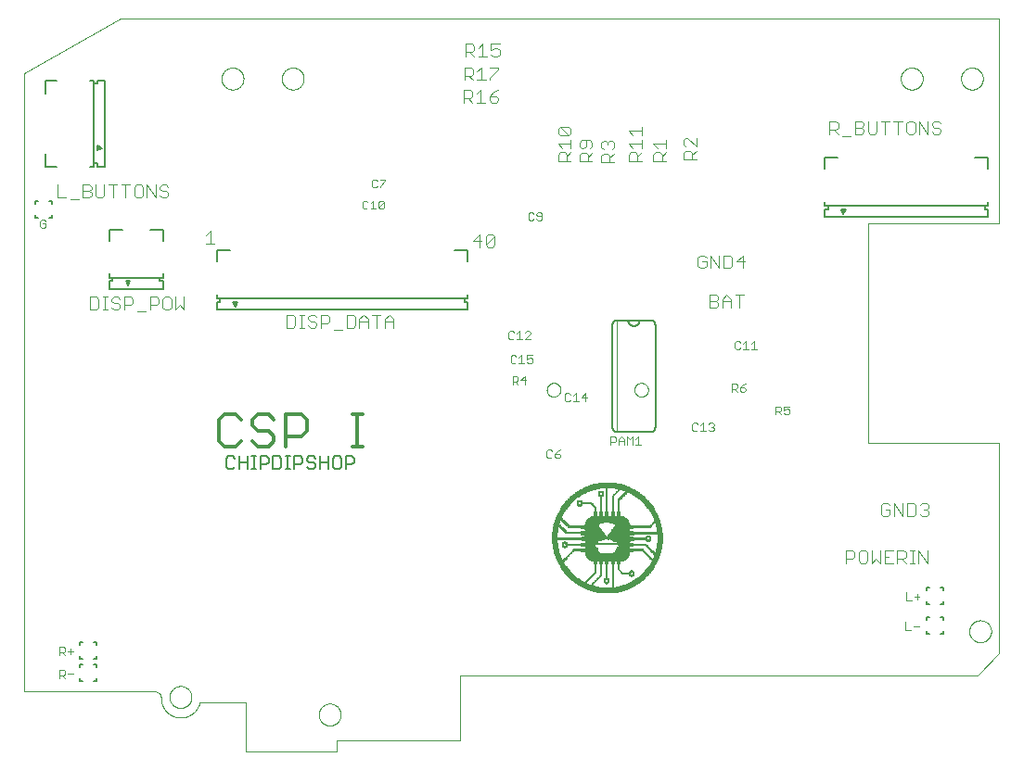
<source format=gto>
G75*
%MOIN*%
%OFA0B0*%
%FSLAX25Y25*%
%IPPOS*%
%LPD*%
%AMOC8*
5,1,8,0,0,1.08239X$1,22.5*
%
%ADD10C,0.00000*%
%ADD11C,0.00400*%
%ADD12C,0.00500*%
%ADD13C,0.01200*%
%ADD14C,0.00800*%
%ADD15C,0.00600*%
%ADD16C,0.00200*%
%ADD17C,0.00300*%
%ADD18R,0.04035X0.00098*%
%ADD19R,0.05610X0.00098*%
%ADD20R,0.06890X0.00098*%
%ADD21R,0.07972X0.00098*%
%ADD22R,0.08858X0.00098*%
%ADD23R,0.09744X0.00098*%
%ADD24R,0.10531X0.00098*%
%ADD25R,0.11122X0.00098*%
%ADD26R,0.11909X0.00098*%
%ADD27R,0.12500X0.00098*%
%ADD28R,0.13091X0.00098*%
%ADD29R,0.13681X0.00098*%
%ADD30R,0.14075X0.00098*%
%ADD31R,0.14665X0.00098*%
%ADD32R,0.15059X0.00098*%
%ADD33R,0.15650X0.00098*%
%ADD34R,0.16043X0.00098*%
%ADD35R,0.16437X0.00098*%
%ADD36R,0.16831X0.00098*%
%ADD37R,0.06791X0.00098*%
%ADD38R,0.07087X0.00098*%
%ADD39R,0.06299X0.00098*%
%ADD40R,0.00689X0.00098*%
%ADD41R,0.05906X0.00098*%
%ADD42R,0.05807X0.00098*%
%ADD43R,0.05512X0.00098*%
%ADD44R,0.05217X0.00098*%
%ADD45R,0.05315X0.00098*%
%ADD46R,0.05020X0.00098*%
%ADD47R,0.05118X0.00098*%
%ADD48R,0.04921X0.00098*%
%ADD49R,0.04724X0.00098*%
%ADD50R,0.04626X0.00098*%
%ADD51R,0.04528X0.00098*%
%ADD52R,0.04331X0.00098*%
%ADD53R,0.04232X0.00098*%
%ADD54R,0.00984X0.00098*%
%ADD55R,0.04134X0.00098*%
%ADD56R,0.03937X0.00098*%
%ADD57R,0.00492X0.00098*%
%ADD58R,0.03839X0.00098*%
%ADD59R,0.01083X0.00098*%
%ADD60R,0.01378X0.00098*%
%ADD61R,0.01575X0.00098*%
%ADD62R,0.03740X0.00098*%
%ADD63R,0.01772X0.00098*%
%ADD64R,0.03642X0.00098*%
%ADD65R,0.01870X0.00098*%
%ADD66R,0.01969X0.00098*%
%ADD67R,0.03543X0.00098*%
%ADD68R,0.00886X0.00098*%
%ADD69R,0.03445X0.00098*%
%ADD70R,0.00787X0.00098*%
%ADD71R,0.03346X0.00098*%
%ADD72R,0.03248X0.00098*%
%ADD73R,0.03150X0.00098*%
%ADD74R,0.02067X0.00098*%
%ADD75R,0.03051X0.00098*%
%ADD76R,0.01673X0.00098*%
%ADD77R,0.01476X0.00098*%
%ADD78R,0.02953X0.00098*%
%ADD79R,0.01280X0.00098*%
%ADD80R,0.02854X0.00098*%
%ADD81R,0.02756X0.00098*%
%ADD82R,0.01181X0.00098*%
%ADD83R,0.02657X0.00098*%
%ADD84R,0.02559X0.00098*%
%ADD85R,0.02461X0.00098*%
%ADD86R,0.02362X0.00098*%
%ADD87R,0.02264X0.00098*%
%ADD88R,0.02165X0.00098*%
%ADD89R,0.12795X0.00098*%
%ADD90R,0.13287X0.00098*%
%ADD91R,0.13484X0.00098*%
%ADD92R,0.13976X0.00098*%
%ADD93R,0.14173X0.00098*%
%ADD94R,0.14370X0.00098*%
%ADD95R,0.14567X0.00098*%
%ADD96R,0.14862X0.00098*%
%ADD97R,0.15256X0.00098*%
%ADD98R,0.15354X0.00098*%
%ADD99R,0.15453X0.00098*%
%ADD100R,0.15748X0.00098*%
%ADD101R,0.15846X0.00098*%
%ADD102R,0.06004X0.00098*%
%ADD103R,0.06496X0.00098*%
%ADD104R,0.06102X0.00098*%
%ADD105R,0.05413X0.00098*%
%ADD106R,0.05709X0.00098*%
%ADD107R,0.06988X0.00098*%
%ADD108R,0.06398X0.00098*%
%ADD109R,0.09646X0.00098*%
%ADD110R,0.10630X0.00098*%
%ADD111R,0.09449X0.00098*%
%ADD112R,0.10433X0.00098*%
%ADD113R,0.09350X0.00098*%
%ADD114R,0.10335X0.00098*%
%ADD115R,0.09154X0.00098*%
%ADD116R,0.10138X0.00098*%
%ADD117R,0.09055X0.00098*%
%ADD118R,0.10039X0.00098*%
%ADD119R,0.09941X0.00098*%
%ADD120R,0.08760X0.00098*%
%ADD121R,0.04429X0.00098*%
%ADD122R,0.04823X0.00098*%
%ADD123R,0.10728X0.00098*%
%ADD124R,0.10236X0.00098*%
%ADD125R,0.29035X0.00098*%
%ADD126R,0.18996X0.00098*%
%ADD127R,0.07579X0.00098*%
%ADD128R,0.07677X0.00098*%
%ADD129R,0.07776X0.00098*%
%ADD130R,0.08465X0.00098*%
%ADD131R,0.18012X0.00098*%
%ADD132R,0.13386X0.00098*%
%ADD133R,0.18898X0.00098*%
%ADD134R,0.00394X0.00098*%
%ADD135R,0.19291X0.00098*%
%ADD136R,0.34055X0.00098*%
%ADD137R,0.34154X0.00098*%
%ADD138R,0.08169X0.00098*%
%ADD139R,0.08071X0.00098*%
%ADD140R,0.07480X0.00098*%
%ADD141R,0.07874X0.00098*%
%ADD142R,0.00591X0.00098*%
%ADD143R,0.07382X0.00098*%
%ADD144R,0.07283X0.00098*%
%ADD145R,0.08661X0.00098*%
%ADD146R,0.08563X0.00098*%
%ADD147R,0.19193X0.00098*%
%ADD148R,0.13878X0.00098*%
%ADD149R,0.19094X0.00098*%
%ADD150R,0.18701X0.00098*%
%ADD151R,0.08366X0.00098*%
%ADD152R,0.08268X0.00098*%
%ADD153R,0.06693X0.00098*%
%ADD154R,0.06201X0.00098*%
%ADD155R,0.06594X0.00098*%
%ADD156R,0.07185X0.00098*%
%ADD157R,0.11417X0.00098*%
%ADD158R,0.13189X0.00098*%
%ADD159R,0.11516X0.00098*%
%ADD160R,0.15551X0.00098*%
%ADD161R,0.14469X0.00098*%
%ADD162R,0.14272X0.00098*%
%ADD163R,0.12992X0.00098*%
%ADD164R,0.12598X0.00098*%
%ADD165R,0.12303X0.00098*%
%ADD166R,0.11713X0.00098*%
D10*
X0014319Y0022654D02*
X0060973Y0022654D01*
X0060973Y0022653D02*
X0061070Y0022654D01*
X0061168Y0022650D01*
X0061266Y0022643D01*
X0061363Y0022631D01*
X0061459Y0022616D01*
X0061555Y0022597D01*
X0061650Y0022574D01*
X0061744Y0022548D01*
X0061837Y0022517D01*
X0061929Y0022483D01*
X0062019Y0022446D01*
X0062108Y0022404D01*
X0062195Y0022360D01*
X0062280Y0022311D01*
X0062363Y0022260D01*
X0062444Y0022205D01*
X0062523Y0022147D01*
X0062599Y0022086D01*
X0062673Y0022022D01*
X0062744Y0021955D01*
X0062813Y0021885D01*
X0062878Y0021813D01*
X0062941Y0021738D01*
X0063001Y0021660D01*
X0063057Y0021581D01*
X0063111Y0021499D01*
X0063161Y0021415D01*
X0063207Y0021329D01*
X0063250Y0021241D01*
X0063290Y0021152D01*
X0063326Y0021061D01*
X0063358Y0020968D01*
X0063387Y0020875D01*
X0063412Y0020780D01*
X0063433Y0020685D01*
X0066484Y0020685D02*
X0066486Y0020810D01*
X0066492Y0020935D01*
X0066502Y0021059D01*
X0066516Y0021183D01*
X0066533Y0021307D01*
X0066555Y0021430D01*
X0066581Y0021552D01*
X0066610Y0021674D01*
X0066643Y0021794D01*
X0066681Y0021913D01*
X0066721Y0022032D01*
X0066766Y0022148D01*
X0066814Y0022263D01*
X0066866Y0022377D01*
X0066922Y0022489D01*
X0066981Y0022599D01*
X0067043Y0022707D01*
X0067109Y0022814D01*
X0067178Y0022918D01*
X0067251Y0023019D01*
X0067326Y0023119D01*
X0067405Y0023216D01*
X0067487Y0023310D01*
X0067572Y0023402D01*
X0067659Y0023491D01*
X0067750Y0023577D01*
X0067843Y0023660D01*
X0067939Y0023741D01*
X0068037Y0023818D01*
X0068137Y0023892D01*
X0068240Y0023963D01*
X0068345Y0024030D01*
X0068453Y0024095D01*
X0068562Y0024155D01*
X0068673Y0024213D01*
X0068786Y0024266D01*
X0068900Y0024316D01*
X0069016Y0024363D01*
X0069133Y0024405D01*
X0069252Y0024444D01*
X0069372Y0024480D01*
X0069493Y0024511D01*
X0069615Y0024539D01*
X0069737Y0024562D01*
X0069861Y0024582D01*
X0069985Y0024598D01*
X0070109Y0024610D01*
X0070234Y0024618D01*
X0070359Y0024622D01*
X0070483Y0024622D01*
X0070608Y0024618D01*
X0070733Y0024610D01*
X0070857Y0024598D01*
X0070981Y0024582D01*
X0071105Y0024562D01*
X0071227Y0024539D01*
X0071349Y0024511D01*
X0071470Y0024480D01*
X0071590Y0024444D01*
X0071709Y0024405D01*
X0071826Y0024363D01*
X0071942Y0024316D01*
X0072056Y0024266D01*
X0072169Y0024213D01*
X0072280Y0024155D01*
X0072390Y0024095D01*
X0072497Y0024030D01*
X0072602Y0023963D01*
X0072705Y0023892D01*
X0072805Y0023818D01*
X0072903Y0023741D01*
X0072999Y0023660D01*
X0073092Y0023577D01*
X0073183Y0023491D01*
X0073270Y0023402D01*
X0073355Y0023310D01*
X0073437Y0023216D01*
X0073516Y0023119D01*
X0073591Y0023019D01*
X0073664Y0022918D01*
X0073733Y0022814D01*
X0073799Y0022707D01*
X0073861Y0022599D01*
X0073920Y0022489D01*
X0073976Y0022377D01*
X0074028Y0022263D01*
X0074076Y0022148D01*
X0074121Y0022032D01*
X0074161Y0021913D01*
X0074199Y0021794D01*
X0074232Y0021674D01*
X0074261Y0021552D01*
X0074287Y0021430D01*
X0074309Y0021307D01*
X0074326Y0021183D01*
X0074340Y0021059D01*
X0074350Y0020935D01*
X0074356Y0020810D01*
X0074358Y0020685D01*
X0074356Y0020560D01*
X0074350Y0020435D01*
X0074340Y0020311D01*
X0074326Y0020187D01*
X0074309Y0020063D01*
X0074287Y0019940D01*
X0074261Y0019818D01*
X0074232Y0019696D01*
X0074199Y0019576D01*
X0074161Y0019457D01*
X0074121Y0019338D01*
X0074076Y0019222D01*
X0074028Y0019107D01*
X0073976Y0018993D01*
X0073920Y0018881D01*
X0073861Y0018771D01*
X0073799Y0018663D01*
X0073733Y0018556D01*
X0073664Y0018452D01*
X0073591Y0018351D01*
X0073516Y0018251D01*
X0073437Y0018154D01*
X0073355Y0018060D01*
X0073270Y0017968D01*
X0073183Y0017879D01*
X0073092Y0017793D01*
X0072999Y0017710D01*
X0072903Y0017629D01*
X0072805Y0017552D01*
X0072705Y0017478D01*
X0072602Y0017407D01*
X0072497Y0017340D01*
X0072389Y0017275D01*
X0072280Y0017215D01*
X0072169Y0017157D01*
X0072056Y0017104D01*
X0071942Y0017054D01*
X0071826Y0017007D01*
X0071709Y0016965D01*
X0071590Y0016926D01*
X0071470Y0016890D01*
X0071349Y0016859D01*
X0071227Y0016831D01*
X0071105Y0016808D01*
X0070981Y0016788D01*
X0070857Y0016772D01*
X0070733Y0016760D01*
X0070608Y0016752D01*
X0070483Y0016748D01*
X0070359Y0016748D01*
X0070234Y0016752D01*
X0070109Y0016760D01*
X0069985Y0016772D01*
X0069861Y0016788D01*
X0069737Y0016808D01*
X0069615Y0016831D01*
X0069493Y0016859D01*
X0069372Y0016890D01*
X0069252Y0016926D01*
X0069133Y0016965D01*
X0069016Y0017007D01*
X0068900Y0017054D01*
X0068786Y0017104D01*
X0068673Y0017157D01*
X0068562Y0017215D01*
X0068452Y0017275D01*
X0068345Y0017340D01*
X0068240Y0017407D01*
X0068137Y0017478D01*
X0068037Y0017552D01*
X0067939Y0017629D01*
X0067843Y0017710D01*
X0067750Y0017793D01*
X0067659Y0017879D01*
X0067572Y0017968D01*
X0067487Y0018060D01*
X0067405Y0018154D01*
X0067326Y0018251D01*
X0067251Y0018351D01*
X0067178Y0018452D01*
X0067109Y0018556D01*
X0067043Y0018663D01*
X0066981Y0018771D01*
X0066922Y0018881D01*
X0066866Y0018993D01*
X0066814Y0019107D01*
X0066766Y0019222D01*
X0066721Y0019338D01*
X0066681Y0019457D01*
X0066643Y0019576D01*
X0066610Y0019696D01*
X0066581Y0019818D01*
X0066555Y0019940D01*
X0066533Y0020063D01*
X0066516Y0020187D01*
X0066502Y0020311D01*
X0066492Y0020435D01*
X0066486Y0020560D01*
X0066484Y0020685D01*
X0063433Y0020685D02*
X0063426Y0020513D01*
X0063423Y0020340D01*
X0063424Y0020168D01*
X0063430Y0019995D01*
X0063440Y0019823D01*
X0063454Y0019651D01*
X0063472Y0019480D01*
X0063494Y0019309D01*
X0063521Y0019138D01*
X0063552Y0018969D01*
X0063587Y0018800D01*
X0063626Y0018632D01*
X0063669Y0018465D01*
X0063716Y0018299D01*
X0063767Y0018134D01*
X0063823Y0017971D01*
X0063882Y0017809D01*
X0063945Y0017648D01*
X0064012Y0017489D01*
X0064083Y0017332D01*
X0064158Y0017177D01*
X0064237Y0017023D01*
X0064319Y0016872D01*
X0064406Y0016722D01*
X0064495Y0016575D01*
X0064589Y0016430D01*
X0064685Y0016287D01*
X0064786Y0016147D01*
X0064890Y0016009D01*
X0064997Y0015874D01*
X0065107Y0015741D01*
X0065221Y0015611D01*
X0065337Y0015484D01*
X0065457Y0015360D01*
X0065580Y0015239D01*
X0065706Y0015121D01*
X0065834Y0015006D01*
X0065966Y0014894D01*
X0066100Y0014786D01*
X0066237Y0014680D01*
X0066376Y0014579D01*
X0066517Y0014480D01*
X0066662Y0014385D01*
X0066808Y0014294D01*
X0066956Y0014206D01*
X0067107Y0014122D01*
X0067260Y0014042D01*
X0067414Y0013965D01*
X0067571Y0013893D01*
X0067729Y0013824D01*
X0067889Y0013759D01*
X0068050Y0013698D01*
X0068213Y0013641D01*
X0068377Y0013588D01*
X0068542Y0013539D01*
X0068709Y0013494D01*
X0068877Y0013453D01*
X0069045Y0013416D01*
X0069215Y0013384D01*
X0069385Y0013355D01*
X0069555Y0013331D01*
X0069727Y0013311D01*
X0069899Y0013295D01*
X0070071Y0013284D01*
X0070243Y0013276D01*
X0070416Y0013273D01*
X0070588Y0013274D01*
X0070760Y0013280D01*
X0070933Y0013289D01*
X0071105Y0013303D01*
X0071276Y0013321D01*
X0071447Y0013343D01*
X0071618Y0013369D01*
X0071788Y0013400D01*
X0071957Y0013434D01*
X0072125Y0013473D01*
X0072292Y0013516D01*
X0072458Y0013563D01*
X0072622Y0013614D01*
X0072786Y0013669D01*
X0072948Y0013728D01*
X0073109Y0013791D01*
X0073268Y0013858D01*
X0073425Y0013929D01*
X0073580Y0014004D01*
X0073734Y0014082D01*
X0073886Y0014164D01*
X0074035Y0014250D01*
X0074183Y0014340D01*
X0074328Y0014433D01*
X0074471Y0014530D01*
X0074611Y0014630D01*
X0074749Y0014733D01*
X0074885Y0014840D01*
X0075017Y0014950D01*
X0075147Y0015064D01*
X0075274Y0015180D01*
X0075399Y0015300D01*
X0075520Y0015423D01*
X0075638Y0015548D01*
X0075753Y0015677D01*
X0075865Y0015808D01*
X0075974Y0015942D01*
X0076080Y0016078D01*
X0076182Y0016218D01*
X0076280Y0016359D01*
X0076375Y0016503D01*
X0076467Y0016649D01*
X0076555Y0016798D01*
X0076639Y0016948D01*
X0076719Y0017101D01*
X0076796Y0017255D01*
X0076869Y0017412D01*
X0076938Y0017570D01*
X0077003Y0017729D01*
X0077065Y0017891D01*
X0077122Y0018053D01*
X0077175Y0018217D01*
X0077224Y0018383D01*
X0077270Y0018549D01*
X0077311Y0018717D01*
X0094043Y0018717D01*
X0094043Y0001000D01*
X0126524Y0001000D01*
X0126524Y0004937D01*
X0171012Y0004937D01*
X0171012Y0028559D01*
X0356839Y0028559D01*
X0364713Y0036433D01*
X0364713Y0112220D01*
X0317469Y0112220D01*
X0317469Y0190961D01*
X0364713Y0190961D01*
X0364713Y0264780D01*
X0048768Y0264780D01*
X0014319Y0245094D01*
X0014319Y0022654D01*
X0120126Y0014346D02*
X0120128Y0014471D01*
X0120134Y0014596D01*
X0120144Y0014720D01*
X0120158Y0014844D01*
X0120175Y0014968D01*
X0120197Y0015091D01*
X0120223Y0015213D01*
X0120252Y0015335D01*
X0120285Y0015455D01*
X0120323Y0015574D01*
X0120363Y0015693D01*
X0120408Y0015809D01*
X0120456Y0015924D01*
X0120508Y0016038D01*
X0120564Y0016150D01*
X0120623Y0016260D01*
X0120685Y0016368D01*
X0120751Y0016475D01*
X0120820Y0016579D01*
X0120893Y0016680D01*
X0120968Y0016780D01*
X0121047Y0016877D01*
X0121129Y0016971D01*
X0121214Y0017063D01*
X0121301Y0017152D01*
X0121392Y0017238D01*
X0121485Y0017321D01*
X0121581Y0017402D01*
X0121679Y0017479D01*
X0121779Y0017553D01*
X0121882Y0017624D01*
X0121987Y0017691D01*
X0122095Y0017756D01*
X0122204Y0017816D01*
X0122315Y0017874D01*
X0122428Y0017927D01*
X0122542Y0017977D01*
X0122658Y0018024D01*
X0122775Y0018066D01*
X0122894Y0018105D01*
X0123014Y0018141D01*
X0123135Y0018172D01*
X0123257Y0018200D01*
X0123379Y0018223D01*
X0123503Y0018243D01*
X0123627Y0018259D01*
X0123751Y0018271D01*
X0123876Y0018279D01*
X0124001Y0018283D01*
X0124125Y0018283D01*
X0124250Y0018279D01*
X0124375Y0018271D01*
X0124499Y0018259D01*
X0124623Y0018243D01*
X0124747Y0018223D01*
X0124869Y0018200D01*
X0124991Y0018172D01*
X0125112Y0018141D01*
X0125232Y0018105D01*
X0125351Y0018066D01*
X0125468Y0018024D01*
X0125584Y0017977D01*
X0125698Y0017927D01*
X0125811Y0017874D01*
X0125922Y0017816D01*
X0126032Y0017756D01*
X0126139Y0017691D01*
X0126244Y0017624D01*
X0126347Y0017553D01*
X0126447Y0017479D01*
X0126545Y0017402D01*
X0126641Y0017321D01*
X0126734Y0017238D01*
X0126825Y0017152D01*
X0126912Y0017063D01*
X0126997Y0016971D01*
X0127079Y0016877D01*
X0127158Y0016780D01*
X0127233Y0016680D01*
X0127306Y0016579D01*
X0127375Y0016475D01*
X0127441Y0016368D01*
X0127503Y0016260D01*
X0127562Y0016150D01*
X0127618Y0016038D01*
X0127670Y0015924D01*
X0127718Y0015809D01*
X0127763Y0015693D01*
X0127803Y0015574D01*
X0127841Y0015455D01*
X0127874Y0015335D01*
X0127903Y0015213D01*
X0127929Y0015091D01*
X0127951Y0014968D01*
X0127968Y0014844D01*
X0127982Y0014720D01*
X0127992Y0014596D01*
X0127998Y0014471D01*
X0128000Y0014346D01*
X0127998Y0014221D01*
X0127992Y0014096D01*
X0127982Y0013972D01*
X0127968Y0013848D01*
X0127951Y0013724D01*
X0127929Y0013601D01*
X0127903Y0013479D01*
X0127874Y0013357D01*
X0127841Y0013237D01*
X0127803Y0013118D01*
X0127763Y0012999D01*
X0127718Y0012883D01*
X0127670Y0012768D01*
X0127618Y0012654D01*
X0127562Y0012542D01*
X0127503Y0012432D01*
X0127441Y0012324D01*
X0127375Y0012217D01*
X0127306Y0012113D01*
X0127233Y0012012D01*
X0127158Y0011912D01*
X0127079Y0011815D01*
X0126997Y0011721D01*
X0126912Y0011629D01*
X0126825Y0011540D01*
X0126734Y0011454D01*
X0126641Y0011371D01*
X0126545Y0011290D01*
X0126447Y0011213D01*
X0126347Y0011139D01*
X0126244Y0011068D01*
X0126139Y0011001D01*
X0126031Y0010936D01*
X0125922Y0010876D01*
X0125811Y0010818D01*
X0125698Y0010765D01*
X0125584Y0010715D01*
X0125468Y0010668D01*
X0125351Y0010626D01*
X0125232Y0010587D01*
X0125112Y0010551D01*
X0124991Y0010520D01*
X0124869Y0010492D01*
X0124747Y0010469D01*
X0124623Y0010449D01*
X0124499Y0010433D01*
X0124375Y0010421D01*
X0124250Y0010413D01*
X0124125Y0010409D01*
X0124001Y0010409D01*
X0123876Y0010413D01*
X0123751Y0010421D01*
X0123627Y0010433D01*
X0123503Y0010449D01*
X0123379Y0010469D01*
X0123257Y0010492D01*
X0123135Y0010520D01*
X0123014Y0010551D01*
X0122894Y0010587D01*
X0122775Y0010626D01*
X0122658Y0010668D01*
X0122542Y0010715D01*
X0122428Y0010765D01*
X0122315Y0010818D01*
X0122204Y0010876D01*
X0122094Y0010936D01*
X0121987Y0011001D01*
X0121882Y0011068D01*
X0121779Y0011139D01*
X0121679Y0011213D01*
X0121581Y0011290D01*
X0121485Y0011371D01*
X0121392Y0011454D01*
X0121301Y0011540D01*
X0121214Y0011629D01*
X0121129Y0011721D01*
X0121047Y0011815D01*
X0120968Y0011912D01*
X0120893Y0012012D01*
X0120820Y0012113D01*
X0120751Y0012217D01*
X0120685Y0012324D01*
X0120623Y0012432D01*
X0120564Y0012542D01*
X0120508Y0012654D01*
X0120456Y0012768D01*
X0120408Y0012883D01*
X0120363Y0012999D01*
X0120323Y0013118D01*
X0120285Y0013237D01*
X0120252Y0013357D01*
X0120223Y0013479D01*
X0120197Y0013601D01*
X0120175Y0013724D01*
X0120158Y0013848D01*
X0120144Y0013972D01*
X0120134Y0014096D01*
X0120128Y0014221D01*
X0120126Y0014346D01*
X0202055Y0131189D02*
X0202057Y0131288D01*
X0202063Y0131387D01*
X0202073Y0131486D01*
X0202087Y0131584D01*
X0202105Y0131681D01*
X0202127Y0131778D01*
X0202152Y0131874D01*
X0202182Y0131968D01*
X0202215Y0132062D01*
X0202252Y0132154D01*
X0202293Y0132244D01*
X0202337Y0132333D01*
X0202385Y0132419D01*
X0202436Y0132504D01*
X0202491Y0132587D01*
X0202549Y0132667D01*
X0202610Y0132745D01*
X0202674Y0132821D01*
X0202741Y0132894D01*
X0202811Y0132964D01*
X0202884Y0133031D01*
X0202960Y0133095D01*
X0203038Y0133156D01*
X0203118Y0133214D01*
X0203201Y0133269D01*
X0203285Y0133320D01*
X0203372Y0133368D01*
X0203461Y0133412D01*
X0203551Y0133453D01*
X0203643Y0133490D01*
X0203737Y0133523D01*
X0203831Y0133553D01*
X0203927Y0133578D01*
X0204024Y0133600D01*
X0204121Y0133618D01*
X0204219Y0133632D01*
X0204318Y0133642D01*
X0204417Y0133648D01*
X0204516Y0133650D01*
X0204615Y0133648D01*
X0204714Y0133642D01*
X0204813Y0133632D01*
X0204911Y0133618D01*
X0205008Y0133600D01*
X0205105Y0133578D01*
X0205201Y0133553D01*
X0205295Y0133523D01*
X0205389Y0133490D01*
X0205481Y0133453D01*
X0205571Y0133412D01*
X0205660Y0133368D01*
X0205746Y0133320D01*
X0205831Y0133269D01*
X0205914Y0133214D01*
X0205994Y0133156D01*
X0206072Y0133095D01*
X0206148Y0133031D01*
X0206221Y0132964D01*
X0206291Y0132894D01*
X0206358Y0132821D01*
X0206422Y0132745D01*
X0206483Y0132667D01*
X0206541Y0132587D01*
X0206596Y0132504D01*
X0206647Y0132420D01*
X0206695Y0132333D01*
X0206739Y0132244D01*
X0206780Y0132154D01*
X0206817Y0132062D01*
X0206850Y0131968D01*
X0206880Y0131874D01*
X0206905Y0131778D01*
X0206927Y0131681D01*
X0206945Y0131584D01*
X0206959Y0131486D01*
X0206969Y0131387D01*
X0206975Y0131288D01*
X0206977Y0131189D01*
X0206975Y0131090D01*
X0206969Y0130991D01*
X0206959Y0130892D01*
X0206945Y0130794D01*
X0206927Y0130697D01*
X0206905Y0130600D01*
X0206880Y0130504D01*
X0206850Y0130410D01*
X0206817Y0130316D01*
X0206780Y0130224D01*
X0206739Y0130134D01*
X0206695Y0130045D01*
X0206647Y0129959D01*
X0206596Y0129874D01*
X0206541Y0129791D01*
X0206483Y0129711D01*
X0206422Y0129633D01*
X0206358Y0129557D01*
X0206291Y0129484D01*
X0206221Y0129414D01*
X0206148Y0129347D01*
X0206072Y0129283D01*
X0205994Y0129222D01*
X0205914Y0129164D01*
X0205831Y0129109D01*
X0205747Y0129058D01*
X0205660Y0129010D01*
X0205571Y0128966D01*
X0205481Y0128925D01*
X0205389Y0128888D01*
X0205295Y0128855D01*
X0205201Y0128825D01*
X0205105Y0128800D01*
X0205008Y0128778D01*
X0204911Y0128760D01*
X0204813Y0128746D01*
X0204714Y0128736D01*
X0204615Y0128730D01*
X0204516Y0128728D01*
X0204417Y0128730D01*
X0204318Y0128736D01*
X0204219Y0128746D01*
X0204121Y0128760D01*
X0204024Y0128778D01*
X0203927Y0128800D01*
X0203831Y0128825D01*
X0203737Y0128855D01*
X0203643Y0128888D01*
X0203551Y0128925D01*
X0203461Y0128966D01*
X0203372Y0129010D01*
X0203286Y0129058D01*
X0203201Y0129109D01*
X0203118Y0129164D01*
X0203038Y0129222D01*
X0202960Y0129283D01*
X0202884Y0129347D01*
X0202811Y0129414D01*
X0202741Y0129484D01*
X0202674Y0129557D01*
X0202610Y0129633D01*
X0202549Y0129711D01*
X0202491Y0129791D01*
X0202436Y0129874D01*
X0202385Y0129958D01*
X0202337Y0130045D01*
X0202293Y0130134D01*
X0202252Y0130224D01*
X0202215Y0130316D01*
X0202182Y0130410D01*
X0202152Y0130504D01*
X0202127Y0130600D01*
X0202105Y0130697D01*
X0202087Y0130794D01*
X0202073Y0130892D01*
X0202063Y0130991D01*
X0202057Y0131090D01*
X0202055Y0131189D01*
X0233551Y0131189D02*
X0233553Y0131288D01*
X0233559Y0131387D01*
X0233569Y0131486D01*
X0233583Y0131584D01*
X0233601Y0131681D01*
X0233623Y0131778D01*
X0233648Y0131874D01*
X0233678Y0131968D01*
X0233711Y0132062D01*
X0233748Y0132154D01*
X0233789Y0132244D01*
X0233833Y0132333D01*
X0233881Y0132419D01*
X0233932Y0132504D01*
X0233987Y0132587D01*
X0234045Y0132667D01*
X0234106Y0132745D01*
X0234170Y0132821D01*
X0234237Y0132894D01*
X0234307Y0132964D01*
X0234380Y0133031D01*
X0234456Y0133095D01*
X0234534Y0133156D01*
X0234614Y0133214D01*
X0234697Y0133269D01*
X0234781Y0133320D01*
X0234868Y0133368D01*
X0234957Y0133412D01*
X0235047Y0133453D01*
X0235139Y0133490D01*
X0235233Y0133523D01*
X0235327Y0133553D01*
X0235423Y0133578D01*
X0235520Y0133600D01*
X0235617Y0133618D01*
X0235715Y0133632D01*
X0235814Y0133642D01*
X0235913Y0133648D01*
X0236012Y0133650D01*
X0236111Y0133648D01*
X0236210Y0133642D01*
X0236309Y0133632D01*
X0236407Y0133618D01*
X0236504Y0133600D01*
X0236601Y0133578D01*
X0236697Y0133553D01*
X0236791Y0133523D01*
X0236885Y0133490D01*
X0236977Y0133453D01*
X0237067Y0133412D01*
X0237156Y0133368D01*
X0237242Y0133320D01*
X0237327Y0133269D01*
X0237410Y0133214D01*
X0237490Y0133156D01*
X0237568Y0133095D01*
X0237644Y0133031D01*
X0237717Y0132964D01*
X0237787Y0132894D01*
X0237854Y0132821D01*
X0237918Y0132745D01*
X0237979Y0132667D01*
X0238037Y0132587D01*
X0238092Y0132504D01*
X0238143Y0132420D01*
X0238191Y0132333D01*
X0238235Y0132244D01*
X0238276Y0132154D01*
X0238313Y0132062D01*
X0238346Y0131968D01*
X0238376Y0131874D01*
X0238401Y0131778D01*
X0238423Y0131681D01*
X0238441Y0131584D01*
X0238455Y0131486D01*
X0238465Y0131387D01*
X0238471Y0131288D01*
X0238473Y0131189D01*
X0238471Y0131090D01*
X0238465Y0130991D01*
X0238455Y0130892D01*
X0238441Y0130794D01*
X0238423Y0130697D01*
X0238401Y0130600D01*
X0238376Y0130504D01*
X0238346Y0130410D01*
X0238313Y0130316D01*
X0238276Y0130224D01*
X0238235Y0130134D01*
X0238191Y0130045D01*
X0238143Y0129959D01*
X0238092Y0129874D01*
X0238037Y0129791D01*
X0237979Y0129711D01*
X0237918Y0129633D01*
X0237854Y0129557D01*
X0237787Y0129484D01*
X0237717Y0129414D01*
X0237644Y0129347D01*
X0237568Y0129283D01*
X0237490Y0129222D01*
X0237410Y0129164D01*
X0237327Y0129109D01*
X0237243Y0129058D01*
X0237156Y0129010D01*
X0237067Y0128966D01*
X0236977Y0128925D01*
X0236885Y0128888D01*
X0236791Y0128855D01*
X0236697Y0128825D01*
X0236601Y0128800D01*
X0236504Y0128778D01*
X0236407Y0128760D01*
X0236309Y0128746D01*
X0236210Y0128736D01*
X0236111Y0128730D01*
X0236012Y0128728D01*
X0235913Y0128730D01*
X0235814Y0128736D01*
X0235715Y0128746D01*
X0235617Y0128760D01*
X0235520Y0128778D01*
X0235423Y0128800D01*
X0235327Y0128825D01*
X0235233Y0128855D01*
X0235139Y0128888D01*
X0235047Y0128925D01*
X0234957Y0128966D01*
X0234868Y0129010D01*
X0234782Y0129058D01*
X0234697Y0129109D01*
X0234614Y0129164D01*
X0234534Y0129222D01*
X0234456Y0129283D01*
X0234380Y0129347D01*
X0234307Y0129414D01*
X0234237Y0129484D01*
X0234170Y0129557D01*
X0234106Y0129633D01*
X0234045Y0129711D01*
X0233987Y0129791D01*
X0233932Y0129874D01*
X0233881Y0129958D01*
X0233833Y0130045D01*
X0233789Y0130134D01*
X0233748Y0130224D01*
X0233711Y0130316D01*
X0233678Y0130410D01*
X0233648Y0130504D01*
X0233623Y0130600D01*
X0233601Y0130697D01*
X0233583Y0130794D01*
X0233569Y0130892D01*
X0233559Y0130991D01*
X0233553Y0131090D01*
X0233551Y0131189D01*
X0353886Y0044307D02*
X0353888Y0044432D01*
X0353894Y0044557D01*
X0353904Y0044681D01*
X0353918Y0044805D01*
X0353935Y0044929D01*
X0353957Y0045052D01*
X0353983Y0045174D01*
X0354012Y0045296D01*
X0354045Y0045416D01*
X0354083Y0045535D01*
X0354123Y0045654D01*
X0354168Y0045770D01*
X0354216Y0045885D01*
X0354268Y0045999D01*
X0354324Y0046111D01*
X0354383Y0046221D01*
X0354445Y0046329D01*
X0354511Y0046436D01*
X0354580Y0046540D01*
X0354653Y0046641D01*
X0354728Y0046741D01*
X0354807Y0046838D01*
X0354889Y0046932D01*
X0354974Y0047024D01*
X0355061Y0047113D01*
X0355152Y0047199D01*
X0355245Y0047282D01*
X0355341Y0047363D01*
X0355439Y0047440D01*
X0355539Y0047514D01*
X0355642Y0047585D01*
X0355747Y0047652D01*
X0355855Y0047717D01*
X0355964Y0047777D01*
X0356075Y0047835D01*
X0356188Y0047888D01*
X0356302Y0047938D01*
X0356418Y0047985D01*
X0356535Y0048027D01*
X0356654Y0048066D01*
X0356774Y0048102D01*
X0356895Y0048133D01*
X0357017Y0048161D01*
X0357139Y0048184D01*
X0357263Y0048204D01*
X0357387Y0048220D01*
X0357511Y0048232D01*
X0357636Y0048240D01*
X0357761Y0048244D01*
X0357885Y0048244D01*
X0358010Y0048240D01*
X0358135Y0048232D01*
X0358259Y0048220D01*
X0358383Y0048204D01*
X0358507Y0048184D01*
X0358629Y0048161D01*
X0358751Y0048133D01*
X0358872Y0048102D01*
X0358992Y0048066D01*
X0359111Y0048027D01*
X0359228Y0047985D01*
X0359344Y0047938D01*
X0359458Y0047888D01*
X0359571Y0047835D01*
X0359682Y0047777D01*
X0359792Y0047717D01*
X0359899Y0047652D01*
X0360004Y0047585D01*
X0360107Y0047514D01*
X0360207Y0047440D01*
X0360305Y0047363D01*
X0360401Y0047282D01*
X0360494Y0047199D01*
X0360585Y0047113D01*
X0360672Y0047024D01*
X0360757Y0046932D01*
X0360839Y0046838D01*
X0360918Y0046741D01*
X0360993Y0046641D01*
X0361066Y0046540D01*
X0361135Y0046436D01*
X0361201Y0046329D01*
X0361263Y0046221D01*
X0361322Y0046111D01*
X0361378Y0045999D01*
X0361430Y0045885D01*
X0361478Y0045770D01*
X0361523Y0045654D01*
X0361563Y0045535D01*
X0361601Y0045416D01*
X0361634Y0045296D01*
X0361663Y0045174D01*
X0361689Y0045052D01*
X0361711Y0044929D01*
X0361728Y0044805D01*
X0361742Y0044681D01*
X0361752Y0044557D01*
X0361758Y0044432D01*
X0361760Y0044307D01*
X0361758Y0044182D01*
X0361752Y0044057D01*
X0361742Y0043933D01*
X0361728Y0043809D01*
X0361711Y0043685D01*
X0361689Y0043562D01*
X0361663Y0043440D01*
X0361634Y0043318D01*
X0361601Y0043198D01*
X0361563Y0043079D01*
X0361523Y0042960D01*
X0361478Y0042844D01*
X0361430Y0042729D01*
X0361378Y0042615D01*
X0361322Y0042503D01*
X0361263Y0042393D01*
X0361201Y0042285D01*
X0361135Y0042178D01*
X0361066Y0042074D01*
X0360993Y0041973D01*
X0360918Y0041873D01*
X0360839Y0041776D01*
X0360757Y0041682D01*
X0360672Y0041590D01*
X0360585Y0041501D01*
X0360494Y0041415D01*
X0360401Y0041332D01*
X0360305Y0041251D01*
X0360207Y0041174D01*
X0360107Y0041100D01*
X0360004Y0041029D01*
X0359899Y0040962D01*
X0359791Y0040897D01*
X0359682Y0040837D01*
X0359571Y0040779D01*
X0359458Y0040726D01*
X0359344Y0040676D01*
X0359228Y0040629D01*
X0359111Y0040587D01*
X0358992Y0040548D01*
X0358872Y0040512D01*
X0358751Y0040481D01*
X0358629Y0040453D01*
X0358507Y0040430D01*
X0358383Y0040410D01*
X0358259Y0040394D01*
X0358135Y0040382D01*
X0358010Y0040374D01*
X0357885Y0040370D01*
X0357761Y0040370D01*
X0357636Y0040374D01*
X0357511Y0040382D01*
X0357387Y0040394D01*
X0357263Y0040410D01*
X0357139Y0040430D01*
X0357017Y0040453D01*
X0356895Y0040481D01*
X0356774Y0040512D01*
X0356654Y0040548D01*
X0356535Y0040587D01*
X0356418Y0040629D01*
X0356302Y0040676D01*
X0356188Y0040726D01*
X0356075Y0040779D01*
X0355964Y0040837D01*
X0355854Y0040897D01*
X0355747Y0040962D01*
X0355642Y0041029D01*
X0355539Y0041100D01*
X0355439Y0041174D01*
X0355341Y0041251D01*
X0355245Y0041332D01*
X0355152Y0041415D01*
X0355061Y0041501D01*
X0354974Y0041590D01*
X0354889Y0041682D01*
X0354807Y0041776D01*
X0354728Y0041873D01*
X0354653Y0041973D01*
X0354580Y0042074D01*
X0354511Y0042178D01*
X0354445Y0042285D01*
X0354383Y0042393D01*
X0354324Y0042503D01*
X0354268Y0042615D01*
X0354216Y0042729D01*
X0354168Y0042844D01*
X0354123Y0042960D01*
X0354083Y0043079D01*
X0354045Y0043198D01*
X0354012Y0043318D01*
X0353983Y0043440D01*
X0353957Y0043562D01*
X0353935Y0043685D01*
X0353918Y0043809D01*
X0353904Y0043933D01*
X0353894Y0044057D01*
X0353888Y0044182D01*
X0353886Y0044307D01*
X0350933Y0243126D02*
X0350935Y0243251D01*
X0350941Y0243376D01*
X0350951Y0243500D01*
X0350965Y0243624D01*
X0350982Y0243748D01*
X0351004Y0243871D01*
X0351030Y0243993D01*
X0351059Y0244115D01*
X0351092Y0244235D01*
X0351130Y0244354D01*
X0351170Y0244473D01*
X0351215Y0244589D01*
X0351263Y0244704D01*
X0351315Y0244818D01*
X0351371Y0244930D01*
X0351430Y0245040D01*
X0351492Y0245148D01*
X0351558Y0245255D01*
X0351627Y0245359D01*
X0351700Y0245460D01*
X0351775Y0245560D01*
X0351854Y0245657D01*
X0351936Y0245751D01*
X0352021Y0245843D01*
X0352108Y0245932D01*
X0352199Y0246018D01*
X0352292Y0246101D01*
X0352388Y0246182D01*
X0352486Y0246259D01*
X0352586Y0246333D01*
X0352689Y0246404D01*
X0352794Y0246471D01*
X0352902Y0246536D01*
X0353011Y0246596D01*
X0353122Y0246654D01*
X0353235Y0246707D01*
X0353349Y0246757D01*
X0353465Y0246804D01*
X0353582Y0246846D01*
X0353701Y0246885D01*
X0353821Y0246921D01*
X0353942Y0246952D01*
X0354064Y0246980D01*
X0354186Y0247003D01*
X0354310Y0247023D01*
X0354434Y0247039D01*
X0354558Y0247051D01*
X0354683Y0247059D01*
X0354808Y0247063D01*
X0354932Y0247063D01*
X0355057Y0247059D01*
X0355182Y0247051D01*
X0355306Y0247039D01*
X0355430Y0247023D01*
X0355554Y0247003D01*
X0355676Y0246980D01*
X0355798Y0246952D01*
X0355919Y0246921D01*
X0356039Y0246885D01*
X0356158Y0246846D01*
X0356275Y0246804D01*
X0356391Y0246757D01*
X0356505Y0246707D01*
X0356618Y0246654D01*
X0356729Y0246596D01*
X0356839Y0246536D01*
X0356946Y0246471D01*
X0357051Y0246404D01*
X0357154Y0246333D01*
X0357254Y0246259D01*
X0357352Y0246182D01*
X0357448Y0246101D01*
X0357541Y0246018D01*
X0357632Y0245932D01*
X0357719Y0245843D01*
X0357804Y0245751D01*
X0357886Y0245657D01*
X0357965Y0245560D01*
X0358040Y0245460D01*
X0358113Y0245359D01*
X0358182Y0245255D01*
X0358248Y0245148D01*
X0358310Y0245040D01*
X0358369Y0244930D01*
X0358425Y0244818D01*
X0358477Y0244704D01*
X0358525Y0244589D01*
X0358570Y0244473D01*
X0358610Y0244354D01*
X0358648Y0244235D01*
X0358681Y0244115D01*
X0358710Y0243993D01*
X0358736Y0243871D01*
X0358758Y0243748D01*
X0358775Y0243624D01*
X0358789Y0243500D01*
X0358799Y0243376D01*
X0358805Y0243251D01*
X0358807Y0243126D01*
X0358805Y0243001D01*
X0358799Y0242876D01*
X0358789Y0242752D01*
X0358775Y0242628D01*
X0358758Y0242504D01*
X0358736Y0242381D01*
X0358710Y0242259D01*
X0358681Y0242137D01*
X0358648Y0242017D01*
X0358610Y0241898D01*
X0358570Y0241779D01*
X0358525Y0241663D01*
X0358477Y0241548D01*
X0358425Y0241434D01*
X0358369Y0241322D01*
X0358310Y0241212D01*
X0358248Y0241104D01*
X0358182Y0240997D01*
X0358113Y0240893D01*
X0358040Y0240792D01*
X0357965Y0240692D01*
X0357886Y0240595D01*
X0357804Y0240501D01*
X0357719Y0240409D01*
X0357632Y0240320D01*
X0357541Y0240234D01*
X0357448Y0240151D01*
X0357352Y0240070D01*
X0357254Y0239993D01*
X0357154Y0239919D01*
X0357051Y0239848D01*
X0356946Y0239781D01*
X0356838Y0239716D01*
X0356729Y0239656D01*
X0356618Y0239598D01*
X0356505Y0239545D01*
X0356391Y0239495D01*
X0356275Y0239448D01*
X0356158Y0239406D01*
X0356039Y0239367D01*
X0355919Y0239331D01*
X0355798Y0239300D01*
X0355676Y0239272D01*
X0355554Y0239249D01*
X0355430Y0239229D01*
X0355306Y0239213D01*
X0355182Y0239201D01*
X0355057Y0239193D01*
X0354932Y0239189D01*
X0354808Y0239189D01*
X0354683Y0239193D01*
X0354558Y0239201D01*
X0354434Y0239213D01*
X0354310Y0239229D01*
X0354186Y0239249D01*
X0354064Y0239272D01*
X0353942Y0239300D01*
X0353821Y0239331D01*
X0353701Y0239367D01*
X0353582Y0239406D01*
X0353465Y0239448D01*
X0353349Y0239495D01*
X0353235Y0239545D01*
X0353122Y0239598D01*
X0353011Y0239656D01*
X0352901Y0239716D01*
X0352794Y0239781D01*
X0352689Y0239848D01*
X0352586Y0239919D01*
X0352486Y0239993D01*
X0352388Y0240070D01*
X0352292Y0240151D01*
X0352199Y0240234D01*
X0352108Y0240320D01*
X0352021Y0240409D01*
X0351936Y0240501D01*
X0351854Y0240595D01*
X0351775Y0240692D01*
X0351700Y0240792D01*
X0351627Y0240893D01*
X0351558Y0240997D01*
X0351492Y0241104D01*
X0351430Y0241212D01*
X0351371Y0241322D01*
X0351315Y0241434D01*
X0351263Y0241548D01*
X0351215Y0241663D01*
X0351170Y0241779D01*
X0351130Y0241898D01*
X0351092Y0242017D01*
X0351059Y0242137D01*
X0351030Y0242259D01*
X0351004Y0242381D01*
X0350982Y0242504D01*
X0350965Y0242628D01*
X0350951Y0242752D01*
X0350941Y0242876D01*
X0350935Y0243001D01*
X0350933Y0243126D01*
X0329280Y0243126D02*
X0329282Y0243251D01*
X0329288Y0243376D01*
X0329298Y0243500D01*
X0329312Y0243624D01*
X0329329Y0243748D01*
X0329351Y0243871D01*
X0329377Y0243993D01*
X0329406Y0244115D01*
X0329439Y0244235D01*
X0329477Y0244354D01*
X0329517Y0244473D01*
X0329562Y0244589D01*
X0329610Y0244704D01*
X0329662Y0244818D01*
X0329718Y0244930D01*
X0329777Y0245040D01*
X0329839Y0245148D01*
X0329905Y0245255D01*
X0329974Y0245359D01*
X0330047Y0245460D01*
X0330122Y0245560D01*
X0330201Y0245657D01*
X0330283Y0245751D01*
X0330368Y0245843D01*
X0330455Y0245932D01*
X0330546Y0246018D01*
X0330639Y0246101D01*
X0330735Y0246182D01*
X0330833Y0246259D01*
X0330933Y0246333D01*
X0331036Y0246404D01*
X0331141Y0246471D01*
X0331249Y0246536D01*
X0331358Y0246596D01*
X0331469Y0246654D01*
X0331582Y0246707D01*
X0331696Y0246757D01*
X0331812Y0246804D01*
X0331929Y0246846D01*
X0332048Y0246885D01*
X0332168Y0246921D01*
X0332289Y0246952D01*
X0332411Y0246980D01*
X0332533Y0247003D01*
X0332657Y0247023D01*
X0332781Y0247039D01*
X0332905Y0247051D01*
X0333030Y0247059D01*
X0333155Y0247063D01*
X0333279Y0247063D01*
X0333404Y0247059D01*
X0333529Y0247051D01*
X0333653Y0247039D01*
X0333777Y0247023D01*
X0333901Y0247003D01*
X0334023Y0246980D01*
X0334145Y0246952D01*
X0334266Y0246921D01*
X0334386Y0246885D01*
X0334505Y0246846D01*
X0334622Y0246804D01*
X0334738Y0246757D01*
X0334852Y0246707D01*
X0334965Y0246654D01*
X0335076Y0246596D01*
X0335186Y0246536D01*
X0335293Y0246471D01*
X0335398Y0246404D01*
X0335501Y0246333D01*
X0335601Y0246259D01*
X0335699Y0246182D01*
X0335795Y0246101D01*
X0335888Y0246018D01*
X0335979Y0245932D01*
X0336066Y0245843D01*
X0336151Y0245751D01*
X0336233Y0245657D01*
X0336312Y0245560D01*
X0336387Y0245460D01*
X0336460Y0245359D01*
X0336529Y0245255D01*
X0336595Y0245148D01*
X0336657Y0245040D01*
X0336716Y0244930D01*
X0336772Y0244818D01*
X0336824Y0244704D01*
X0336872Y0244589D01*
X0336917Y0244473D01*
X0336957Y0244354D01*
X0336995Y0244235D01*
X0337028Y0244115D01*
X0337057Y0243993D01*
X0337083Y0243871D01*
X0337105Y0243748D01*
X0337122Y0243624D01*
X0337136Y0243500D01*
X0337146Y0243376D01*
X0337152Y0243251D01*
X0337154Y0243126D01*
X0337152Y0243001D01*
X0337146Y0242876D01*
X0337136Y0242752D01*
X0337122Y0242628D01*
X0337105Y0242504D01*
X0337083Y0242381D01*
X0337057Y0242259D01*
X0337028Y0242137D01*
X0336995Y0242017D01*
X0336957Y0241898D01*
X0336917Y0241779D01*
X0336872Y0241663D01*
X0336824Y0241548D01*
X0336772Y0241434D01*
X0336716Y0241322D01*
X0336657Y0241212D01*
X0336595Y0241104D01*
X0336529Y0240997D01*
X0336460Y0240893D01*
X0336387Y0240792D01*
X0336312Y0240692D01*
X0336233Y0240595D01*
X0336151Y0240501D01*
X0336066Y0240409D01*
X0335979Y0240320D01*
X0335888Y0240234D01*
X0335795Y0240151D01*
X0335699Y0240070D01*
X0335601Y0239993D01*
X0335501Y0239919D01*
X0335398Y0239848D01*
X0335293Y0239781D01*
X0335185Y0239716D01*
X0335076Y0239656D01*
X0334965Y0239598D01*
X0334852Y0239545D01*
X0334738Y0239495D01*
X0334622Y0239448D01*
X0334505Y0239406D01*
X0334386Y0239367D01*
X0334266Y0239331D01*
X0334145Y0239300D01*
X0334023Y0239272D01*
X0333901Y0239249D01*
X0333777Y0239229D01*
X0333653Y0239213D01*
X0333529Y0239201D01*
X0333404Y0239193D01*
X0333279Y0239189D01*
X0333155Y0239189D01*
X0333030Y0239193D01*
X0332905Y0239201D01*
X0332781Y0239213D01*
X0332657Y0239229D01*
X0332533Y0239249D01*
X0332411Y0239272D01*
X0332289Y0239300D01*
X0332168Y0239331D01*
X0332048Y0239367D01*
X0331929Y0239406D01*
X0331812Y0239448D01*
X0331696Y0239495D01*
X0331582Y0239545D01*
X0331469Y0239598D01*
X0331358Y0239656D01*
X0331248Y0239716D01*
X0331141Y0239781D01*
X0331036Y0239848D01*
X0330933Y0239919D01*
X0330833Y0239993D01*
X0330735Y0240070D01*
X0330639Y0240151D01*
X0330546Y0240234D01*
X0330455Y0240320D01*
X0330368Y0240409D01*
X0330283Y0240501D01*
X0330201Y0240595D01*
X0330122Y0240692D01*
X0330047Y0240792D01*
X0329974Y0240893D01*
X0329905Y0240997D01*
X0329839Y0241104D01*
X0329777Y0241212D01*
X0329718Y0241322D01*
X0329662Y0241434D01*
X0329610Y0241548D01*
X0329562Y0241663D01*
X0329517Y0241779D01*
X0329477Y0241898D01*
X0329439Y0242017D01*
X0329406Y0242137D01*
X0329377Y0242259D01*
X0329351Y0242381D01*
X0329329Y0242504D01*
X0329312Y0242628D01*
X0329298Y0242752D01*
X0329288Y0242876D01*
X0329282Y0243001D01*
X0329280Y0243126D01*
X0106839Y0243126D02*
X0106841Y0243251D01*
X0106847Y0243376D01*
X0106857Y0243500D01*
X0106871Y0243624D01*
X0106888Y0243748D01*
X0106910Y0243871D01*
X0106936Y0243993D01*
X0106965Y0244115D01*
X0106998Y0244235D01*
X0107036Y0244354D01*
X0107076Y0244473D01*
X0107121Y0244589D01*
X0107169Y0244704D01*
X0107221Y0244818D01*
X0107277Y0244930D01*
X0107336Y0245040D01*
X0107398Y0245148D01*
X0107464Y0245255D01*
X0107533Y0245359D01*
X0107606Y0245460D01*
X0107681Y0245560D01*
X0107760Y0245657D01*
X0107842Y0245751D01*
X0107927Y0245843D01*
X0108014Y0245932D01*
X0108105Y0246018D01*
X0108198Y0246101D01*
X0108294Y0246182D01*
X0108392Y0246259D01*
X0108492Y0246333D01*
X0108595Y0246404D01*
X0108700Y0246471D01*
X0108808Y0246536D01*
X0108917Y0246596D01*
X0109028Y0246654D01*
X0109141Y0246707D01*
X0109255Y0246757D01*
X0109371Y0246804D01*
X0109488Y0246846D01*
X0109607Y0246885D01*
X0109727Y0246921D01*
X0109848Y0246952D01*
X0109970Y0246980D01*
X0110092Y0247003D01*
X0110216Y0247023D01*
X0110340Y0247039D01*
X0110464Y0247051D01*
X0110589Y0247059D01*
X0110714Y0247063D01*
X0110838Y0247063D01*
X0110963Y0247059D01*
X0111088Y0247051D01*
X0111212Y0247039D01*
X0111336Y0247023D01*
X0111460Y0247003D01*
X0111582Y0246980D01*
X0111704Y0246952D01*
X0111825Y0246921D01*
X0111945Y0246885D01*
X0112064Y0246846D01*
X0112181Y0246804D01*
X0112297Y0246757D01*
X0112411Y0246707D01*
X0112524Y0246654D01*
X0112635Y0246596D01*
X0112745Y0246536D01*
X0112852Y0246471D01*
X0112957Y0246404D01*
X0113060Y0246333D01*
X0113160Y0246259D01*
X0113258Y0246182D01*
X0113354Y0246101D01*
X0113447Y0246018D01*
X0113538Y0245932D01*
X0113625Y0245843D01*
X0113710Y0245751D01*
X0113792Y0245657D01*
X0113871Y0245560D01*
X0113946Y0245460D01*
X0114019Y0245359D01*
X0114088Y0245255D01*
X0114154Y0245148D01*
X0114216Y0245040D01*
X0114275Y0244930D01*
X0114331Y0244818D01*
X0114383Y0244704D01*
X0114431Y0244589D01*
X0114476Y0244473D01*
X0114516Y0244354D01*
X0114554Y0244235D01*
X0114587Y0244115D01*
X0114616Y0243993D01*
X0114642Y0243871D01*
X0114664Y0243748D01*
X0114681Y0243624D01*
X0114695Y0243500D01*
X0114705Y0243376D01*
X0114711Y0243251D01*
X0114713Y0243126D01*
X0114711Y0243001D01*
X0114705Y0242876D01*
X0114695Y0242752D01*
X0114681Y0242628D01*
X0114664Y0242504D01*
X0114642Y0242381D01*
X0114616Y0242259D01*
X0114587Y0242137D01*
X0114554Y0242017D01*
X0114516Y0241898D01*
X0114476Y0241779D01*
X0114431Y0241663D01*
X0114383Y0241548D01*
X0114331Y0241434D01*
X0114275Y0241322D01*
X0114216Y0241212D01*
X0114154Y0241104D01*
X0114088Y0240997D01*
X0114019Y0240893D01*
X0113946Y0240792D01*
X0113871Y0240692D01*
X0113792Y0240595D01*
X0113710Y0240501D01*
X0113625Y0240409D01*
X0113538Y0240320D01*
X0113447Y0240234D01*
X0113354Y0240151D01*
X0113258Y0240070D01*
X0113160Y0239993D01*
X0113060Y0239919D01*
X0112957Y0239848D01*
X0112852Y0239781D01*
X0112744Y0239716D01*
X0112635Y0239656D01*
X0112524Y0239598D01*
X0112411Y0239545D01*
X0112297Y0239495D01*
X0112181Y0239448D01*
X0112064Y0239406D01*
X0111945Y0239367D01*
X0111825Y0239331D01*
X0111704Y0239300D01*
X0111582Y0239272D01*
X0111460Y0239249D01*
X0111336Y0239229D01*
X0111212Y0239213D01*
X0111088Y0239201D01*
X0110963Y0239193D01*
X0110838Y0239189D01*
X0110714Y0239189D01*
X0110589Y0239193D01*
X0110464Y0239201D01*
X0110340Y0239213D01*
X0110216Y0239229D01*
X0110092Y0239249D01*
X0109970Y0239272D01*
X0109848Y0239300D01*
X0109727Y0239331D01*
X0109607Y0239367D01*
X0109488Y0239406D01*
X0109371Y0239448D01*
X0109255Y0239495D01*
X0109141Y0239545D01*
X0109028Y0239598D01*
X0108917Y0239656D01*
X0108807Y0239716D01*
X0108700Y0239781D01*
X0108595Y0239848D01*
X0108492Y0239919D01*
X0108392Y0239993D01*
X0108294Y0240070D01*
X0108198Y0240151D01*
X0108105Y0240234D01*
X0108014Y0240320D01*
X0107927Y0240409D01*
X0107842Y0240501D01*
X0107760Y0240595D01*
X0107681Y0240692D01*
X0107606Y0240792D01*
X0107533Y0240893D01*
X0107464Y0240997D01*
X0107398Y0241104D01*
X0107336Y0241212D01*
X0107277Y0241322D01*
X0107221Y0241434D01*
X0107169Y0241548D01*
X0107121Y0241663D01*
X0107076Y0241779D01*
X0107036Y0241898D01*
X0106998Y0242017D01*
X0106965Y0242137D01*
X0106936Y0242259D01*
X0106910Y0242381D01*
X0106888Y0242504D01*
X0106871Y0242628D01*
X0106857Y0242752D01*
X0106847Y0242876D01*
X0106841Y0243001D01*
X0106839Y0243126D01*
X0085185Y0243126D02*
X0085187Y0243251D01*
X0085193Y0243376D01*
X0085203Y0243500D01*
X0085217Y0243624D01*
X0085234Y0243748D01*
X0085256Y0243871D01*
X0085282Y0243993D01*
X0085311Y0244115D01*
X0085344Y0244235D01*
X0085382Y0244354D01*
X0085422Y0244473D01*
X0085467Y0244589D01*
X0085515Y0244704D01*
X0085567Y0244818D01*
X0085623Y0244930D01*
X0085682Y0245040D01*
X0085744Y0245148D01*
X0085810Y0245255D01*
X0085879Y0245359D01*
X0085952Y0245460D01*
X0086027Y0245560D01*
X0086106Y0245657D01*
X0086188Y0245751D01*
X0086273Y0245843D01*
X0086360Y0245932D01*
X0086451Y0246018D01*
X0086544Y0246101D01*
X0086640Y0246182D01*
X0086738Y0246259D01*
X0086838Y0246333D01*
X0086941Y0246404D01*
X0087046Y0246471D01*
X0087154Y0246536D01*
X0087263Y0246596D01*
X0087374Y0246654D01*
X0087487Y0246707D01*
X0087601Y0246757D01*
X0087717Y0246804D01*
X0087834Y0246846D01*
X0087953Y0246885D01*
X0088073Y0246921D01*
X0088194Y0246952D01*
X0088316Y0246980D01*
X0088438Y0247003D01*
X0088562Y0247023D01*
X0088686Y0247039D01*
X0088810Y0247051D01*
X0088935Y0247059D01*
X0089060Y0247063D01*
X0089184Y0247063D01*
X0089309Y0247059D01*
X0089434Y0247051D01*
X0089558Y0247039D01*
X0089682Y0247023D01*
X0089806Y0247003D01*
X0089928Y0246980D01*
X0090050Y0246952D01*
X0090171Y0246921D01*
X0090291Y0246885D01*
X0090410Y0246846D01*
X0090527Y0246804D01*
X0090643Y0246757D01*
X0090757Y0246707D01*
X0090870Y0246654D01*
X0090981Y0246596D01*
X0091091Y0246536D01*
X0091198Y0246471D01*
X0091303Y0246404D01*
X0091406Y0246333D01*
X0091506Y0246259D01*
X0091604Y0246182D01*
X0091700Y0246101D01*
X0091793Y0246018D01*
X0091884Y0245932D01*
X0091971Y0245843D01*
X0092056Y0245751D01*
X0092138Y0245657D01*
X0092217Y0245560D01*
X0092292Y0245460D01*
X0092365Y0245359D01*
X0092434Y0245255D01*
X0092500Y0245148D01*
X0092562Y0245040D01*
X0092621Y0244930D01*
X0092677Y0244818D01*
X0092729Y0244704D01*
X0092777Y0244589D01*
X0092822Y0244473D01*
X0092862Y0244354D01*
X0092900Y0244235D01*
X0092933Y0244115D01*
X0092962Y0243993D01*
X0092988Y0243871D01*
X0093010Y0243748D01*
X0093027Y0243624D01*
X0093041Y0243500D01*
X0093051Y0243376D01*
X0093057Y0243251D01*
X0093059Y0243126D01*
X0093057Y0243001D01*
X0093051Y0242876D01*
X0093041Y0242752D01*
X0093027Y0242628D01*
X0093010Y0242504D01*
X0092988Y0242381D01*
X0092962Y0242259D01*
X0092933Y0242137D01*
X0092900Y0242017D01*
X0092862Y0241898D01*
X0092822Y0241779D01*
X0092777Y0241663D01*
X0092729Y0241548D01*
X0092677Y0241434D01*
X0092621Y0241322D01*
X0092562Y0241212D01*
X0092500Y0241104D01*
X0092434Y0240997D01*
X0092365Y0240893D01*
X0092292Y0240792D01*
X0092217Y0240692D01*
X0092138Y0240595D01*
X0092056Y0240501D01*
X0091971Y0240409D01*
X0091884Y0240320D01*
X0091793Y0240234D01*
X0091700Y0240151D01*
X0091604Y0240070D01*
X0091506Y0239993D01*
X0091406Y0239919D01*
X0091303Y0239848D01*
X0091198Y0239781D01*
X0091090Y0239716D01*
X0090981Y0239656D01*
X0090870Y0239598D01*
X0090757Y0239545D01*
X0090643Y0239495D01*
X0090527Y0239448D01*
X0090410Y0239406D01*
X0090291Y0239367D01*
X0090171Y0239331D01*
X0090050Y0239300D01*
X0089928Y0239272D01*
X0089806Y0239249D01*
X0089682Y0239229D01*
X0089558Y0239213D01*
X0089434Y0239201D01*
X0089309Y0239193D01*
X0089184Y0239189D01*
X0089060Y0239189D01*
X0088935Y0239193D01*
X0088810Y0239201D01*
X0088686Y0239213D01*
X0088562Y0239229D01*
X0088438Y0239249D01*
X0088316Y0239272D01*
X0088194Y0239300D01*
X0088073Y0239331D01*
X0087953Y0239367D01*
X0087834Y0239406D01*
X0087717Y0239448D01*
X0087601Y0239495D01*
X0087487Y0239545D01*
X0087374Y0239598D01*
X0087263Y0239656D01*
X0087153Y0239716D01*
X0087046Y0239781D01*
X0086941Y0239848D01*
X0086838Y0239919D01*
X0086738Y0239993D01*
X0086640Y0240070D01*
X0086544Y0240151D01*
X0086451Y0240234D01*
X0086360Y0240320D01*
X0086273Y0240409D01*
X0086188Y0240501D01*
X0086106Y0240595D01*
X0086027Y0240692D01*
X0085952Y0240792D01*
X0085879Y0240893D01*
X0085810Y0240997D01*
X0085744Y0241104D01*
X0085682Y0241212D01*
X0085623Y0241322D01*
X0085567Y0241434D01*
X0085515Y0241548D01*
X0085467Y0241663D01*
X0085422Y0241779D01*
X0085382Y0241898D01*
X0085344Y0242017D01*
X0085311Y0242137D01*
X0085282Y0242259D01*
X0085256Y0242381D01*
X0085234Y0242504D01*
X0085217Y0242628D01*
X0085203Y0242752D01*
X0085193Y0242876D01*
X0085187Y0243001D01*
X0085185Y0243126D01*
D11*
X0065276Y0204997D02*
X0063741Y0204997D01*
X0062974Y0204230D01*
X0062974Y0203462D01*
X0063741Y0202695D01*
X0065276Y0202695D01*
X0066043Y0201928D01*
X0066043Y0201160D01*
X0065276Y0200393D01*
X0063741Y0200393D01*
X0062974Y0201160D01*
X0061439Y0200393D02*
X0061439Y0204997D01*
X0058370Y0204997D02*
X0061439Y0200393D01*
X0058370Y0200393D02*
X0058370Y0204997D01*
X0056835Y0204230D02*
X0056835Y0201160D01*
X0056068Y0200393D01*
X0054533Y0200393D01*
X0053766Y0201160D01*
X0053766Y0204230D01*
X0054533Y0204997D01*
X0056068Y0204997D01*
X0056835Y0204230D01*
X0052232Y0204997D02*
X0049162Y0204997D01*
X0047628Y0204997D02*
X0044558Y0204997D01*
X0043024Y0204997D02*
X0043024Y0201160D01*
X0042256Y0200393D01*
X0040722Y0200393D01*
X0039954Y0201160D01*
X0039954Y0204997D01*
X0038420Y0204230D02*
X0038420Y0203462D01*
X0037652Y0202695D01*
X0035350Y0202695D01*
X0035350Y0204997D02*
X0037652Y0204997D01*
X0038420Y0204230D01*
X0037652Y0202695D02*
X0038420Y0201928D01*
X0038420Y0201160D01*
X0037652Y0200393D01*
X0035350Y0200393D01*
X0035350Y0204997D01*
X0033816Y0199626D02*
X0030747Y0199626D01*
X0029212Y0200393D02*
X0026143Y0200393D01*
X0026143Y0204997D01*
X0046093Y0204997D02*
X0046093Y0200393D01*
X0050697Y0200393D02*
X0050697Y0204997D01*
X0065276Y0204997D02*
X0066043Y0204230D01*
X0081140Y0188284D02*
X0081140Y0183680D01*
X0079606Y0183680D02*
X0082675Y0183680D01*
X0079606Y0186750D02*
X0081140Y0188284D01*
X0071716Y0164643D02*
X0071716Y0160039D01*
X0070181Y0161573D01*
X0068646Y0160039D01*
X0068646Y0164643D01*
X0067112Y0163875D02*
X0066345Y0164643D01*
X0064810Y0164643D01*
X0064043Y0163875D01*
X0064043Y0160806D01*
X0064810Y0160039D01*
X0066345Y0160039D01*
X0067112Y0160806D01*
X0067112Y0163875D01*
X0062508Y0163875D02*
X0062508Y0162341D01*
X0061741Y0161573D01*
X0059439Y0161573D01*
X0059439Y0160039D02*
X0059439Y0164643D01*
X0061741Y0164643D01*
X0062508Y0163875D01*
X0057904Y0159271D02*
X0054835Y0159271D01*
X0052533Y0161573D02*
X0050231Y0161573D01*
X0050231Y0160039D02*
X0050231Y0164643D01*
X0052533Y0164643D01*
X0053300Y0163875D01*
X0053300Y0162341D01*
X0052533Y0161573D01*
X0048696Y0161573D02*
X0048696Y0160806D01*
X0047929Y0160039D01*
X0046394Y0160039D01*
X0045627Y0160806D01*
X0046394Y0162341D02*
X0045627Y0163108D01*
X0045627Y0163875D01*
X0046394Y0164643D01*
X0047929Y0164643D01*
X0048696Y0163875D01*
X0047929Y0162341D02*
X0048696Y0161573D01*
X0047929Y0162341D02*
X0046394Y0162341D01*
X0044092Y0164643D02*
X0042558Y0164643D01*
X0043325Y0164643D02*
X0043325Y0160039D01*
X0042558Y0160039D02*
X0044092Y0160039D01*
X0041023Y0160806D02*
X0041023Y0163875D01*
X0040256Y0164643D01*
X0037954Y0164643D01*
X0037954Y0160039D01*
X0040256Y0160039D01*
X0041023Y0160806D01*
X0108623Y0158146D02*
X0108623Y0153543D01*
X0110925Y0153543D01*
X0111692Y0154310D01*
X0111692Y0157379D01*
X0110925Y0158146D01*
X0108623Y0158146D01*
X0113227Y0158146D02*
X0114761Y0158146D01*
X0113994Y0158146D02*
X0113994Y0153543D01*
X0113227Y0153543D02*
X0114761Y0153543D01*
X0116296Y0154310D02*
X0117063Y0153543D01*
X0118598Y0153543D01*
X0119365Y0154310D01*
X0119365Y0155077D01*
X0118598Y0155844D01*
X0117063Y0155844D01*
X0116296Y0156612D01*
X0116296Y0157379D01*
X0117063Y0158146D01*
X0118598Y0158146D01*
X0119365Y0157379D01*
X0120900Y0158146D02*
X0123202Y0158146D01*
X0123969Y0157379D01*
X0123969Y0155844D01*
X0123202Y0155077D01*
X0120900Y0155077D01*
X0120900Y0153543D02*
X0120900Y0158146D01*
X0125504Y0152775D02*
X0128573Y0152775D01*
X0130108Y0153543D02*
X0132410Y0153543D01*
X0133177Y0154310D01*
X0133177Y0157379D01*
X0132410Y0158146D01*
X0130108Y0158146D01*
X0130108Y0153543D01*
X0134712Y0153543D02*
X0134712Y0156612D01*
X0136246Y0158146D01*
X0137781Y0156612D01*
X0137781Y0153543D01*
X0137781Y0155844D02*
X0134712Y0155844D01*
X0139316Y0158146D02*
X0142385Y0158146D01*
X0140850Y0158146D02*
X0140850Y0153543D01*
X0143920Y0153543D02*
X0143920Y0156612D01*
X0145454Y0158146D01*
X0146989Y0156612D01*
X0146989Y0153543D01*
X0146989Y0155844D02*
X0143920Y0155844D01*
X0177923Y0182499D02*
X0177923Y0187103D01*
X0175621Y0184801D01*
X0178691Y0184801D01*
X0180225Y0183267D02*
X0183295Y0186336D01*
X0183295Y0183267D01*
X0182527Y0182499D01*
X0180993Y0182499D01*
X0180225Y0183267D01*
X0180225Y0186336D01*
X0180993Y0187103D01*
X0182527Y0187103D01*
X0183295Y0186336D01*
X0195432Y0192670D02*
X0195432Y0194538D01*
X0195899Y0195006D01*
X0196833Y0195006D01*
X0197300Y0194538D01*
X0198378Y0194538D02*
X0198378Y0194071D01*
X0198845Y0193604D01*
X0200246Y0193604D01*
X0200246Y0192670D02*
X0200246Y0194538D01*
X0199779Y0195006D01*
X0198845Y0195006D01*
X0198378Y0194538D01*
X0198378Y0192670D02*
X0198845Y0192203D01*
X0199779Y0192203D01*
X0200246Y0192670D01*
X0197300Y0192670D02*
X0196833Y0192203D01*
X0195899Y0192203D01*
X0195432Y0192670D01*
X0206090Y0213523D02*
X0206090Y0215825D01*
X0206857Y0216592D01*
X0208392Y0216592D01*
X0209159Y0215825D01*
X0209159Y0213523D01*
X0209159Y0215057D02*
X0210694Y0216592D01*
X0210694Y0218127D02*
X0210694Y0221196D01*
X0210694Y0219661D02*
X0206090Y0219661D01*
X0207625Y0218127D01*
X0206857Y0222731D02*
X0206090Y0223498D01*
X0206090Y0225033D01*
X0206857Y0225800D01*
X0209926Y0222731D01*
X0210694Y0223498D01*
X0210694Y0225033D01*
X0209926Y0225800D01*
X0206857Y0225800D01*
X0206857Y0222731D02*
X0209926Y0222731D01*
X0213767Y0220232D02*
X0213767Y0218697D01*
X0214534Y0217930D01*
X0215302Y0217930D01*
X0216069Y0218697D01*
X0216069Y0220999D01*
X0217604Y0220999D02*
X0214534Y0220999D01*
X0213767Y0220232D01*
X0217604Y0220999D02*
X0218371Y0220232D01*
X0218371Y0218697D01*
X0217604Y0217930D01*
X0218371Y0216395D02*
X0216836Y0214861D01*
X0216836Y0215628D02*
X0216836Y0213326D01*
X0218371Y0213326D02*
X0213767Y0213326D01*
X0213767Y0215628D01*
X0214534Y0216395D01*
X0216069Y0216395D01*
X0216836Y0215628D01*
X0221641Y0215431D02*
X0221641Y0213129D01*
X0226245Y0213129D01*
X0224710Y0213129D02*
X0224710Y0215431D01*
X0223943Y0216198D01*
X0222408Y0216198D01*
X0221641Y0215431D01*
X0222408Y0217733D02*
X0221641Y0218500D01*
X0221641Y0220035D01*
X0222408Y0220802D01*
X0223176Y0220802D01*
X0223943Y0220035D01*
X0224710Y0220802D01*
X0225478Y0220802D01*
X0226245Y0220035D01*
X0226245Y0218500D01*
X0225478Y0217733D01*
X0226245Y0216198D02*
X0224710Y0214664D01*
X0223943Y0219268D02*
X0223943Y0220035D01*
X0231484Y0219661D02*
X0233018Y0218127D01*
X0232251Y0216592D02*
X0233786Y0216592D01*
X0234553Y0215825D01*
X0234553Y0213523D01*
X0234553Y0215057D02*
X0236087Y0216592D01*
X0236087Y0218127D02*
X0236087Y0221196D01*
X0236087Y0219661D02*
X0231484Y0219661D01*
X0232251Y0216592D02*
X0231484Y0215825D01*
X0231484Y0213523D01*
X0236087Y0213523D01*
X0240342Y0213523D02*
X0240342Y0215825D01*
X0241109Y0216592D01*
X0242644Y0216592D01*
X0243411Y0215825D01*
X0243411Y0213523D01*
X0243411Y0215057D02*
X0244946Y0216592D01*
X0244946Y0218127D02*
X0244946Y0221196D01*
X0244946Y0219661D02*
X0240342Y0219661D01*
X0241876Y0218127D01*
X0240342Y0213523D02*
X0244946Y0213523D01*
X0251169Y0214113D02*
X0251169Y0216415D01*
X0251936Y0217183D01*
X0253471Y0217183D01*
X0254238Y0216415D01*
X0254238Y0214113D01*
X0255773Y0214113D02*
X0251169Y0214113D01*
X0254238Y0215648D02*
X0255773Y0217183D01*
X0255773Y0218717D02*
X0252703Y0221787D01*
X0251936Y0221787D01*
X0251169Y0221019D01*
X0251169Y0219485D01*
X0251936Y0218717D01*
X0255773Y0218717D02*
X0255773Y0221787D01*
X0236087Y0222731D02*
X0236087Y0225800D01*
X0236087Y0224265D02*
X0231484Y0224265D01*
X0233018Y0222731D01*
X0210694Y0213523D02*
X0206090Y0213523D01*
X0184520Y0235274D02*
X0184520Y0236042D01*
X0183752Y0236809D01*
X0181450Y0236809D01*
X0181450Y0235274D01*
X0182218Y0234507D01*
X0183752Y0234507D01*
X0184520Y0235274D01*
X0182985Y0238344D02*
X0181450Y0236809D01*
X0182985Y0238344D02*
X0184520Y0239111D01*
X0181647Y0242578D02*
X0181647Y0243345D01*
X0184717Y0246415D01*
X0184717Y0247182D01*
X0181647Y0247182D01*
X0178578Y0247182D02*
X0178578Y0242578D01*
X0177043Y0242578D02*
X0180113Y0242578D01*
X0178381Y0239111D02*
X0178381Y0234507D01*
X0176847Y0234507D02*
X0179916Y0234507D01*
X0176847Y0237576D02*
X0178381Y0239111D01*
X0175312Y0238344D02*
X0175312Y0236809D01*
X0174545Y0236042D01*
X0172243Y0236042D01*
X0173777Y0236042D02*
X0175312Y0234507D01*
X0172243Y0234507D02*
X0172243Y0239111D01*
X0174545Y0239111D01*
X0175312Y0238344D01*
X0175509Y0242578D02*
X0173974Y0244113D01*
X0174741Y0244113D02*
X0172439Y0244113D01*
X0172439Y0242578D02*
X0172439Y0247182D01*
X0174741Y0247182D01*
X0175509Y0246415D01*
X0175509Y0244880D01*
X0174741Y0244113D01*
X0177043Y0245647D02*
X0178578Y0247182D01*
X0178972Y0251043D02*
X0178972Y0255646D01*
X0177437Y0254112D01*
X0175902Y0254879D02*
X0175902Y0253344D01*
X0175135Y0252577D01*
X0172833Y0252577D01*
X0172833Y0251043D02*
X0172833Y0255646D01*
X0175135Y0255646D01*
X0175902Y0254879D01*
X0174368Y0252577D02*
X0175902Y0251043D01*
X0177437Y0251043D02*
X0180506Y0251043D01*
X0182041Y0251810D02*
X0182808Y0251043D01*
X0184343Y0251043D01*
X0185110Y0251810D01*
X0185110Y0253344D01*
X0184343Y0254112D01*
X0183576Y0254112D01*
X0182041Y0253344D01*
X0182041Y0255646D01*
X0185110Y0255646D01*
X0144015Y0206831D02*
X0142147Y0206831D01*
X0141069Y0206364D02*
X0140602Y0206831D01*
X0139668Y0206831D01*
X0139201Y0206364D01*
X0139201Y0204496D01*
X0139668Y0204029D01*
X0140602Y0204029D01*
X0141069Y0204496D01*
X0142147Y0204496D02*
X0142147Y0204029D01*
X0142147Y0204496D02*
X0144015Y0206364D01*
X0144015Y0206831D01*
X0143085Y0199200D02*
X0142151Y0199200D01*
X0141684Y0198733D01*
X0141684Y0196864D01*
X0143552Y0198733D01*
X0143552Y0196864D01*
X0143085Y0196397D01*
X0142151Y0196397D01*
X0141684Y0196864D01*
X0140606Y0196397D02*
X0138738Y0196397D01*
X0139672Y0196397D02*
X0139672Y0199200D01*
X0138738Y0198266D01*
X0137659Y0198733D02*
X0137192Y0199200D01*
X0136258Y0199200D01*
X0135791Y0198733D01*
X0135791Y0196864D01*
X0136258Y0196397D01*
X0137192Y0196397D01*
X0137659Y0196864D01*
X0143085Y0199200D02*
X0143552Y0198733D01*
X0256339Y0178777D02*
X0256339Y0175707D01*
X0257107Y0174940D01*
X0258641Y0174940D01*
X0259409Y0175707D01*
X0259409Y0177242D01*
X0257874Y0177242D01*
X0256339Y0178777D02*
X0257107Y0179544D01*
X0258641Y0179544D01*
X0259409Y0178777D01*
X0260943Y0179544D02*
X0264013Y0174940D01*
X0264013Y0179544D01*
X0265547Y0179544D02*
X0267849Y0179544D01*
X0268617Y0178777D01*
X0268617Y0175707D01*
X0267849Y0174940D01*
X0265547Y0174940D01*
X0265547Y0179544D01*
X0260943Y0179544D02*
X0260943Y0174940D01*
X0270151Y0177242D02*
X0273221Y0177242D01*
X0272453Y0174940D02*
X0272453Y0179544D01*
X0270151Y0177242D01*
X0269758Y0165371D02*
X0272827Y0165371D01*
X0271292Y0165371D02*
X0271292Y0160767D01*
X0268223Y0160767D02*
X0268223Y0163836D01*
X0266688Y0165371D01*
X0265154Y0163836D01*
X0265154Y0160767D01*
X0263619Y0161534D02*
X0262852Y0160767D01*
X0260550Y0160767D01*
X0260550Y0165371D01*
X0262852Y0165371D01*
X0263619Y0164604D01*
X0263619Y0163836D01*
X0262852Y0163069D01*
X0260550Y0163069D01*
X0262852Y0163069D02*
X0263619Y0162302D01*
X0263619Y0161534D01*
X0265154Y0163069D02*
X0268223Y0163069D01*
X0303702Y0223228D02*
X0303702Y0227831D01*
X0306004Y0227831D01*
X0306771Y0227064D01*
X0306771Y0225530D01*
X0306004Y0224762D01*
X0303702Y0224762D01*
X0305236Y0224762D02*
X0306771Y0223228D01*
X0308306Y0222460D02*
X0311375Y0222460D01*
X0312910Y0223228D02*
X0315211Y0223228D01*
X0315979Y0223995D01*
X0315979Y0224762D01*
X0315211Y0225530D01*
X0312910Y0225530D01*
X0315211Y0225530D02*
X0315979Y0226297D01*
X0315979Y0227064D01*
X0315211Y0227831D01*
X0312910Y0227831D01*
X0312910Y0223228D01*
X0317513Y0223995D02*
X0318281Y0223228D01*
X0319815Y0223228D01*
X0320583Y0223995D01*
X0320583Y0227831D01*
X0322117Y0227831D02*
X0325187Y0227831D01*
X0326721Y0227831D02*
X0329791Y0227831D01*
X0328256Y0227831D02*
X0328256Y0223228D01*
X0331325Y0223995D02*
X0331325Y0227064D01*
X0332093Y0227831D01*
X0333627Y0227831D01*
X0334395Y0227064D01*
X0334395Y0223995D01*
X0333627Y0223228D01*
X0332093Y0223228D01*
X0331325Y0223995D01*
X0335929Y0223228D02*
X0335929Y0227831D01*
X0338998Y0223228D01*
X0338998Y0227831D01*
X0340533Y0227064D02*
X0341300Y0227831D01*
X0342835Y0227831D01*
X0343602Y0227064D01*
X0342835Y0225530D02*
X0343602Y0224762D01*
X0343602Y0223995D01*
X0342835Y0223228D01*
X0341300Y0223228D01*
X0340533Y0223995D01*
X0341300Y0225530D02*
X0342835Y0225530D01*
X0341300Y0225530D02*
X0340533Y0226297D01*
X0340533Y0227064D01*
X0323652Y0227831D02*
X0323652Y0223228D01*
X0317513Y0223995D02*
X0317513Y0227831D01*
X0323052Y0090371D02*
X0322284Y0089604D01*
X0322284Y0086534D01*
X0323052Y0085767D01*
X0324586Y0085767D01*
X0325354Y0086534D01*
X0325354Y0088069D01*
X0323819Y0088069D01*
X0325354Y0089604D02*
X0324586Y0090371D01*
X0323052Y0090371D01*
X0326888Y0090371D02*
X0329958Y0085767D01*
X0329958Y0090371D01*
X0331492Y0090371D02*
X0333794Y0090371D01*
X0334561Y0089604D01*
X0334561Y0086534D01*
X0333794Y0085767D01*
X0331492Y0085767D01*
X0331492Y0090371D01*
X0336096Y0089604D02*
X0336863Y0090371D01*
X0338398Y0090371D01*
X0339165Y0089604D01*
X0339165Y0088836D01*
X0338398Y0088069D01*
X0339165Y0087302D01*
X0339165Y0086534D01*
X0338398Y0085767D01*
X0336863Y0085767D01*
X0336096Y0086534D01*
X0337631Y0088069D02*
X0338398Y0088069D01*
X0326888Y0085767D02*
X0326888Y0090371D01*
X0326495Y0073442D02*
X0323425Y0073442D01*
X0323425Y0068838D01*
X0326495Y0068838D01*
X0328029Y0068838D02*
X0328029Y0073442D01*
X0330331Y0073442D01*
X0331098Y0072674D01*
X0331098Y0071140D01*
X0330331Y0070372D01*
X0328029Y0070372D01*
X0329564Y0070372D02*
X0331098Y0068838D01*
X0332633Y0068838D02*
X0334168Y0068838D01*
X0333400Y0068838D02*
X0333400Y0073442D01*
X0332633Y0073442D02*
X0334168Y0073442D01*
X0335702Y0073442D02*
X0338772Y0068838D01*
X0338772Y0073442D01*
X0335702Y0073442D02*
X0335702Y0068838D01*
X0324960Y0071140D02*
X0323425Y0071140D01*
X0321891Y0068838D02*
X0321891Y0073442D01*
X0318821Y0073442D02*
X0318821Y0068838D01*
X0320356Y0070372D01*
X0321891Y0068838D01*
X0317287Y0069605D02*
X0317287Y0072674D01*
X0316519Y0073442D01*
X0314985Y0073442D01*
X0314217Y0072674D01*
X0314217Y0069605D01*
X0314985Y0068838D01*
X0316519Y0068838D01*
X0317287Y0069605D01*
X0312683Y0071140D02*
X0311915Y0070372D01*
X0309614Y0070372D01*
X0309614Y0068838D02*
X0309614Y0073442D01*
X0311915Y0073442D01*
X0312683Y0072674D01*
X0312683Y0071140D01*
D12*
X0132782Y0105041D02*
X0132032Y0104291D01*
X0129780Y0104291D01*
X0129780Y0102789D02*
X0129780Y0107293D01*
X0132032Y0107293D01*
X0132782Y0106543D01*
X0132782Y0105041D01*
X0128179Y0103540D02*
X0128179Y0106543D01*
X0127428Y0107293D01*
X0125927Y0107293D01*
X0125176Y0106543D01*
X0125176Y0103540D01*
X0125927Y0102789D01*
X0127428Y0102789D01*
X0128179Y0103540D01*
X0123575Y0102789D02*
X0123575Y0107293D01*
X0123575Y0105041D02*
X0120572Y0105041D01*
X0118971Y0104291D02*
X0118971Y0103540D01*
X0118220Y0102789D01*
X0116719Y0102789D01*
X0115968Y0103540D01*
X0116719Y0105041D02*
X0118220Y0105041D01*
X0118971Y0104291D01*
X0120572Y0102789D02*
X0120572Y0107293D01*
X0118971Y0106543D02*
X0118220Y0107293D01*
X0116719Y0107293D01*
X0115968Y0106543D01*
X0115968Y0105792D01*
X0116719Y0105041D01*
X0114367Y0105041D02*
X0113616Y0104291D01*
X0111364Y0104291D01*
X0111364Y0102789D02*
X0111364Y0107293D01*
X0113616Y0107293D01*
X0114367Y0106543D01*
X0114367Y0105041D01*
X0109796Y0102789D02*
X0108295Y0102789D01*
X0109046Y0102789D02*
X0109046Y0107293D01*
X0109796Y0107293D02*
X0108295Y0107293D01*
X0106694Y0106543D02*
X0105943Y0107293D01*
X0103691Y0107293D01*
X0103691Y0102789D01*
X0105943Y0102789D01*
X0106694Y0103540D01*
X0106694Y0106543D01*
X0102090Y0106543D02*
X0101339Y0107293D01*
X0099087Y0107293D01*
X0099087Y0102789D01*
X0099087Y0104291D02*
X0101339Y0104291D01*
X0102090Y0105041D01*
X0102090Y0106543D01*
X0097519Y0107293D02*
X0096018Y0107293D01*
X0096768Y0107293D02*
X0096768Y0102789D01*
X0096018Y0102789D02*
X0097519Y0102789D01*
X0094416Y0102789D02*
X0094416Y0107293D01*
X0094416Y0105041D02*
X0091414Y0105041D01*
X0089813Y0103540D02*
X0089062Y0102789D01*
X0087561Y0102789D01*
X0086810Y0103540D01*
X0086810Y0106543D01*
X0087561Y0107293D01*
X0089062Y0107293D01*
X0089813Y0106543D01*
X0091414Y0107293D02*
X0091414Y0102789D01*
D13*
X0090107Y0110631D02*
X0086173Y0110631D01*
X0084206Y0112599D01*
X0084206Y0120467D01*
X0086173Y0122434D01*
X0090107Y0122434D01*
X0092074Y0120467D01*
X0096169Y0120467D02*
X0096169Y0118500D01*
X0098136Y0116533D01*
X0102070Y0116533D01*
X0104037Y0114566D01*
X0104037Y0112599D01*
X0102070Y0110631D01*
X0098136Y0110631D01*
X0096169Y0112599D01*
X0092074Y0112599D02*
X0090107Y0110631D01*
X0096169Y0120467D02*
X0098136Y0122434D01*
X0102070Y0122434D01*
X0104037Y0120467D01*
X0108132Y0122434D02*
X0114033Y0122434D01*
X0116000Y0120467D01*
X0116000Y0116533D01*
X0114033Y0114566D01*
X0108132Y0114566D01*
X0108132Y0110631D02*
X0108132Y0122434D01*
X0132058Y0122434D02*
X0135992Y0122434D01*
X0134025Y0122434D02*
X0134025Y0110631D01*
X0132058Y0110631D02*
X0135992Y0110631D01*
D14*
X0173571Y0160055D02*
X0083413Y0160055D01*
X0083413Y0162811D01*
X0084595Y0162811D01*
X0084595Y0163992D01*
X0172390Y0163992D01*
X0173571Y0163992D01*
X0173571Y0165567D01*
X0172390Y0163992D02*
X0172390Y0162811D01*
X0173571Y0162811D01*
X0173571Y0160055D01*
X0173571Y0177378D02*
X0173571Y0181315D01*
X0168847Y0181315D01*
X0090894Y0162811D02*
X0089319Y0162811D01*
X0090106Y0161236D01*
X0090894Y0162811D01*
X0090638Y0162299D02*
X0089575Y0162299D01*
X0089974Y0161501D02*
X0090239Y0161501D01*
X0084595Y0163992D02*
X0083413Y0163992D01*
X0083413Y0165567D01*
X0083413Y0177378D02*
X0083413Y0181315D01*
X0088138Y0181315D01*
X0064122Y0184858D02*
X0064122Y0188795D01*
X0059398Y0188795D01*
X0049555Y0188795D02*
X0044831Y0188795D01*
X0044831Y0184858D01*
X0044831Y0173047D02*
X0044831Y0171472D01*
X0046012Y0171472D01*
X0062941Y0171472D01*
X0064122Y0171472D01*
X0064122Y0173047D01*
X0062941Y0171472D02*
X0062941Y0170291D01*
X0064122Y0170291D01*
X0064122Y0167535D01*
X0044831Y0167535D01*
X0044831Y0170291D01*
X0046012Y0170291D01*
X0046012Y0171472D01*
X0050736Y0170291D02*
X0052311Y0170291D01*
X0051524Y0168717D01*
X0050736Y0170291D01*
X0050740Y0170284D02*
X0052308Y0170284D01*
X0051908Y0169486D02*
X0051139Y0169486D01*
X0043256Y0211433D02*
X0040500Y0211433D01*
X0040500Y0212614D01*
X0039319Y0212614D01*
X0039319Y0241354D01*
X0039319Y0242535D01*
X0037744Y0242535D01*
X0039319Y0241354D02*
X0040500Y0241354D01*
X0040500Y0242535D01*
X0043256Y0242535D01*
X0043256Y0211433D01*
X0039319Y0211433D02*
X0037744Y0211433D01*
X0039319Y0211433D02*
X0039319Y0212614D01*
X0040500Y0217339D02*
X0040500Y0218913D01*
X0042075Y0218126D01*
X0040500Y0217339D01*
X0040500Y0217397D02*
X0040616Y0217397D01*
X0040500Y0218195D02*
X0041937Y0218195D01*
X0025933Y0211433D02*
X0021996Y0211433D01*
X0021996Y0216157D01*
X0021996Y0237811D02*
X0021996Y0242535D01*
X0025933Y0242535D01*
X0301917Y0214583D02*
X0301917Y0210646D01*
X0301917Y0214583D02*
X0306642Y0214583D01*
X0301917Y0198835D02*
X0301917Y0197260D01*
X0303099Y0197260D01*
X0359398Y0197260D01*
X0360579Y0197260D01*
X0360579Y0198835D01*
X0359398Y0197260D02*
X0359398Y0196079D01*
X0360579Y0196079D01*
X0360579Y0193323D01*
X0301917Y0193323D01*
X0301917Y0196079D01*
X0303099Y0196079D01*
X0303099Y0197260D01*
X0307823Y0196079D02*
X0309398Y0196079D01*
X0308610Y0194504D01*
X0307823Y0196079D01*
X0307944Y0195837D02*
X0309277Y0195837D01*
X0308877Y0195038D02*
X0308343Y0195038D01*
X0355854Y0214583D02*
X0360579Y0214583D01*
X0360579Y0210646D01*
D15*
X0241058Y0154642D02*
X0241058Y0117642D01*
X0241056Y0117566D01*
X0241050Y0117490D01*
X0241041Y0117415D01*
X0241027Y0117340D01*
X0241010Y0117266D01*
X0240989Y0117193D01*
X0240965Y0117121D01*
X0240936Y0117050D01*
X0240905Y0116981D01*
X0240870Y0116914D01*
X0240831Y0116849D01*
X0240789Y0116785D01*
X0240744Y0116724D01*
X0240696Y0116665D01*
X0240645Y0116609D01*
X0240591Y0116555D01*
X0240535Y0116504D01*
X0240476Y0116456D01*
X0240415Y0116411D01*
X0240351Y0116369D01*
X0240286Y0116330D01*
X0240219Y0116295D01*
X0240150Y0116264D01*
X0240079Y0116235D01*
X0240007Y0116211D01*
X0239934Y0116190D01*
X0239860Y0116173D01*
X0239785Y0116159D01*
X0239710Y0116150D01*
X0239634Y0116144D01*
X0239558Y0116142D01*
X0227158Y0116142D01*
X0227082Y0116144D01*
X0227006Y0116150D01*
X0226931Y0116159D01*
X0226856Y0116173D01*
X0226782Y0116190D01*
X0226709Y0116211D01*
X0226637Y0116235D01*
X0226566Y0116264D01*
X0226497Y0116295D01*
X0226430Y0116330D01*
X0226365Y0116369D01*
X0226301Y0116411D01*
X0226240Y0116456D01*
X0226181Y0116504D01*
X0226125Y0116555D01*
X0226071Y0116609D01*
X0226020Y0116665D01*
X0225972Y0116724D01*
X0225927Y0116785D01*
X0225885Y0116849D01*
X0225846Y0116914D01*
X0225811Y0116981D01*
X0225780Y0117050D01*
X0225751Y0117121D01*
X0225727Y0117193D01*
X0225706Y0117266D01*
X0225689Y0117340D01*
X0225675Y0117415D01*
X0225666Y0117490D01*
X0225660Y0117566D01*
X0225658Y0117642D01*
X0225658Y0154642D01*
X0225660Y0154718D01*
X0225666Y0154794D01*
X0225675Y0154869D01*
X0225689Y0154944D01*
X0225706Y0155018D01*
X0225727Y0155091D01*
X0225751Y0155163D01*
X0225780Y0155234D01*
X0225811Y0155303D01*
X0225846Y0155370D01*
X0225885Y0155435D01*
X0225927Y0155499D01*
X0225972Y0155560D01*
X0226020Y0155619D01*
X0226071Y0155675D01*
X0226125Y0155729D01*
X0226181Y0155780D01*
X0226240Y0155828D01*
X0226301Y0155873D01*
X0226365Y0155915D01*
X0226430Y0155954D01*
X0226497Y0155989D01*
X0226566Y0156020D01*
X0226637Y0156049D01*
X0226709Y0156073D01*
X0226782Y0156094D01*
X0226856Y0156111D01*
X0226931Y0156125D01*
X0227006Y0156134D01*
X0227082Y0156140D01*
X0227158Y0156142D01*
X0231358Y0156142D01*
X0235358Y0156142D01*
X0239558Y0156142D01*
X0239634Y0156140D01*
X0239710Y0156134D01*
X0239785Y0156125D01*
X0239860Y0156111D01*
X0239934Y0156094D01*
X0240007Y0156073D01*
X0240079Y0156049D01*
X0240150Y0156020D01*
X0240219Y0155989D01*
X0240286Y0155954D01*
X0240351Y0155915D01*
X0240415Y0155873D01*
X0240476Y0155828D01*
X0240535Y0155780D01*
X0240591Y0155729D01*
X0240645Y0155675D01*
X0240696Y0155619D01*
X0240744Y0155560D01*
X0240789Y0155499D01*
X0240831Y0155435D01*
X0240870Y0155370D01*
X0240905Y0155303D01*
X0240936Y0155234D01*
X0240965Y0155163D01*
X0240989Y0155091D01*
X0241010Y0155018D01*
X0241027Y0154944D01*
X0241041Y0154869D01*
X0241050Y0154794D01*
X0241056Y0154718D01*
X0241058Y0154642D01*
X0235358Y0156142D02*
X0235356Y0156054D01*
X0235350Y0155965D01*
X0235340Y0155877D01*
X0235327Y0155790D01*
X0235309Y0155703D01*
X0235288Y0155617D01*
X0235263Y0155532D01*
X0235234Y0155449D01*
X0235201Y0155366D01*
X0235165Y0155286D01*
X0235126Y0155207D01*
X0235083Y0155129D01*
X0235036Y0155054D01*
X0234986Y0154981D01*
X0234933Y0154910D01*
X0234877Y0154841D01*
X0234818Y0154775D01*
X0234756Y0154712D01*
X0234692Y0154652D01*
X0234625Y0154594D01*
X0234555Y0154540D01*
X0234483Y0154488D01*
X0234409Y0154440D01*
X0234332Y0154395D01*
X0234254Y0154354D01*
X0234174Y0154316D01*
X0234093Y0154282D01*
X0234010Y0154251D01*
X0233925Y0154224D01*
X0233840Y0154201D01*
X0233754Y0154182D01*
X0233666Y0154166D01*
X0233579Y0154154D01*
X0233491Y0154146D01*
X0233402Y0154142D01*
X0233314Y0154142D01*
X0233225Y0154146D01*
X0233137Y0154154D01*
X0233050Y0154166D01*
X0232962Y0154182D01*
X0232876Y0154201D01*
X0232791Y0154224D01*
X0232706Y0154251D01*
X0232623Y0154282D01*
X0232542Y0154316D01*
X0232462Y0154354D01*
X0232384Y0154395D01*
X0232307Y0154440D01*
X0232233Y0154488D01*
X0232161Y0154540D01*
X0232091Y0154594D01*
X0232024Y0154652D01*
X0231960Y0154712D01*
X0231898Y0154775D01*
X0231839Y0154841D01*
X0231783Y0154910D01*
X0231730Y0154981D01*
X0231680Y0155054D01*
X0231633Y0155129D01*
X0231590Y0155207D01*
X0231551Y0155286D01*
X0231515Y0155366D01*
X0231482Y0155449D01*
X0231453Y0155532D01*
X0231428Y0155617D01*
X0231407Y0155703D01*
X0231389Y0155790D01*
X0231376Y0155877D01*
X0231366Y0155965D01*
X0231360Y0156054D01*
X0231358Y0156142D01*
X0338445Y0059906D02*
X0338445Y0058906D01*
X0338445Y0059906D02*
X0339445Y0059906D01*
X0343445Y0059906D02*
X0344445Y0059906D01*
X0344445Y0058906D01*
X0344445Y0054906D02*
X0344445Y0053906D01*
X0343445Y0053906D01*
X0339445Y0053906D02*
X0338445Y0053906D01*
X0338445Y0054906D01*
X0338681Y0049472D02*
X0338681Y0048472D01*
X0338681Y0049472D02*
X0339681Y0049472D01*
X0343681Y0049472D02*
X0344681Y0049472D01*
X0344681Y0048472D01*
X0344681Y0044472D02*
X0344681Y0043472D01*
X0343681Y0043472D01*
X0339681Y0043472D02*
X0338681Y0043472D01*
X0338681Y0044472D01*
X0040232Y0040260D02*
X0040232Y0039260D01*
X0040232Y0040260D02*
X0039232Y0040260D01*
X0035232Y0040260D02*
X0034232Y0040260D01*
X0034232Y0039260D01*
X0034232Y0035260D02*
X0034232Y0034260D01*
X0035232Y0034260D01*
X0035232Y0032425D02*
X0034232Y0032425D01*
X0034232Y0031425D01*
X0034232Y0027425D02*
X0034232Y0026425D01*
X0035232Y0026425D01*
X0039232Y0026425D02*
X0040232Y0026425D01*
X0040232Y0027425D01*
X0040232Y0031425D02*
X0040232Y0032425D01*
X0039232Y0032425D01*
X0039232Y0034260D02*
X0040232Y0034260D01*
X0040232Y0035260D01*
X0024327Y0192921D02*
X0023327Y0192921D01*
X0024327Y0192921D02*
X0024327Y0193921D01*
X0024327Y0197921D02*
X0024327Y0198921D01*
X0023327Y0198921D01*
X0019327Y0198921D02*
X0018327Y0198921D01*
X0018327Y0197921D01*
X0018327Y0193921D02*
X0018327Y0192921D01*
X0019327Y0192921D01*
D16*
X0227058Y0156142D02*
X0227058Y0116142D01*
D17*
X0226414Y0114274D02*
X0226897Y0113790D01*
X0226897Y0112822D01*
X0226414Y0112339D01*
X0224962Y0112339D01*
X0224962Y0111371D02*
X0224962Y0114274D01*
X0226414Y0114274D01*
X0227909Y0113306D02*
X0227909Y0111371D01*
X0227909Y0112822D02*
X0229844Y0112822D01*
X0229844Y0113306D02*
X0229844Y0111371D01*
X0230855Y0111371D02*
X0230855Y0114274D01*
X0231823Y0113306D01*
X0232790Y0114274D01*
X0232790Y0111371D01*
X0233802Y0111371D02*
X0235737Y0111371D01*
X0234769Y0111371D02*
X0234769Y0114274D01*
X0233802Y0113306D01*
X0229844Y0113306D02*
X0228876Y0114274D01*
X0227909Y0113306D01*
X0215912Y0127067D02*
X0215912Y0129970D01*
X0214460Y0128519D01*
X0216395Y0128519D01*
X0213449Y0127067D02*
X0211514Y0127067D01*
X0212481Y0127067D02*
X0212481Y0129970D01*
X0211514Y0129002D01*
X0210502Y0129486D02*
X0210019Y0129970D01*
X0209051Y0129970D01*
X0208567Y0129486D01*
X0208567Y0127551D01*
X0209051Y0127067D01*
X0210019Y0127067D01*
X0210502Y0127551D01*
X0194174Y0133170D02*
X0194174Y0136072D01*
X0192723Y0134621D01*
X0194658Y0134621D01*
X0191711Y0134621D02*
X0191711Y0135588D01*
X0191227Y0136072D01*
X0189776Y0136072D01*
X0189776Y0133170D01*
X0189776Y0134137D02*
X0191227Y0134137D01*
X0191711Y0134621D01*
X0190744Y0134137D02*
X0191711Y0133170D01*
X0192045Y0140737D02*
X0193980Y0140737D01*
X0193013Y0140737D02*
X0193013Y0143639D01*
X0192045Y0142672D01*
X0191034Y0143155D02*
X0190550Y0143639D01*
X0189583Y0143639D01*
X0189099Y0143155D01*
X0189099Y0141220D01*
X0189583Y0140737D01*
X0190550Y0140737D01*
X0191034Y0141220D01*
X0194992Y0141220D02*
X0195476Y0140737D01*
X0196443Y0140737D01*
X0196927Y0141220D01*
X0196927Y0142188D01*
X0196443Y0142672D01*
X0195959Y0142672D01*
X0194992Y0142188D01*
X0194992Y0143639D01*
X0196927Y0143639D01*
X0196179Y0149402D02*
X0194244Y0149402D01*
X0196179Y0151337D01*
X0196179Y0151821D01*
X0195695Y0152304D01*
X0194728Y0152304D01*
X0194244Y0151821D01*
X0192265Y0152304D02*
X0192265Y0149402D01*
X0193232Y0149402D02*
X0191297Y0149402D01*
X0190286Y0149886D02*
X0189802Y0149402D01*
X0188835Y0149402D01*
X0188351Y0149886D01*
X0188351Y0151821D01*
X0188835Y0152304D01*
X0189802Y0152304D01*
X0190286Y0151821D01*
X0191297Y0151337D02*
X0192265Y0152304D01*
X0202480Y0109639D02*
X0201997Y0109155D01*
X0201997Y0107220D01*
X0202480Y0106737D01*
X0203448Y0106737D01*
X0203932Y0107220D01*
X0204943Y0107220D02*
X0205427Y0106737D01*
X0206394Y0106737D01*
X0206878Y0107220D01*
X0206878Y0107704D01*
X0206394Y0108188D01*
X0204943Y0108188D01*
X0204943Y0107220D01*
X0204943Y0108188D02*
X0205911Y0109155D01*
X0206878Y0109639D01*
X0203932Y0109155D02*
X0203448Y0109639D01*
X0202480Y0109639D01*
X0254346Y0116820D02*
X0254830Y0116336D01*
X0255797Y0116336D01*
X0256281Y0116820D01*
X0257292Y0116336D02*
X0259227Y0116336D01*
X0258260Y0116336D02*
X0258260Y0119238D01*
X0257292Y0118271D01*
X0256281Y0118755D02*
X0255797Y0119238D01*
X0254830Y0119238D01*
X0254346Y0118755D01*
X0254346Y0116820D01*
X0260239Y0116820D02*
X0260723Y0116336D01*
X0261690Y0116336D01*
X0262174Y0116820D01*
X0262174Y0117303D01*
X0261690Y0117787D01*
X0261206Y0117787D01*
X0261690Y0117787D02*
X0262174Y0118271D01*
X0262174Y0118755D01*
X0261690Y0119238D01*
X0260723Y0119238D01*
X0260239Y0118755D01*
X0268563Y0130559D02*
X0268563Y0133462D01*
X0270015Y0133462D01*
X0270498Y0132978D01*
X0270498Y0132011D01*
X0270015Y0131527D01*
X0268563Y0131527D01*
X0269531Y0131527D02*
X0270498Y0130559D01*
X0271510Y0131043D02*
X0271994Y0130559D01*
X0272961Y0130559D01*
X0273445Y0131043D01*
X0273445Y0131527D01*
X0272961Y0132011D01*
X0271510Y0132011D01*
X0271510Y0131043D01*
X0271510Y0132011D02*
X0272477Y0132978D01*
X0273445Y0133462D01*
X0284363Y0125234D02*
X0285814Y0125234D01*
X0286298Y0124750D01*
X0286298Y0123782D01*
X0285814Y0123299D01*
X0284363Y0123299D01*
X0285330Y0123299D02*
X0286298Y0122331D01*
X0287309Y0122815D02*
X0287793Y0122331D01*
X0288760Y0122331D01*
X0289244Y0122815D01*
X0289244Y0123782D01*
X0288760Y0124266D01*
X0288277Y0124266D01*
X0287309Y0123782D01*
X0287309Y0125234D01*
X0289244Y0125234D01*
X0284363Y0125234D02*
X0284363Y0122331D01*
X0277536Y0145761D02*
X0275601Y0145761D01*
X0276569Y0145761D02*
X0276569Y0148663D01*
X0275601Y0147696D01*
X0274590Y0145761D02*
X0272655Y0145761D01*
X0273622Y0145761D02*
X0273622Y0148663D01*
X0272655Y0147696D01*
X0271643Y0148180D02*
X0271159Y0148663D01*
X0270192Y0148663D01*
X0269708Y0148180D01*
X0269708Y0146245D01*
X0270192Y0145761D01*
X0271159Y0145761D01*
X0271643Y0146245D01*
X0331168Y0058279D02*
X0331168Y0055377D01*
X0333103Y0055377D01*
X0334115Y0056828D02*
X0336050Y0056828D01*
X0335082Y0057795D02*
X0335082Y0055861D01*
X0331011Y0047649D02*
X0331011Y0044747D01*
X0332946Y0044747D01*
X0333957Y0046198D02*
X0335892Y0046198D01*
X0031837Y0037182D02*
X0029902Y0037182D01*
X0028891Y0037182D02*
X0028407Y0036699D01*
X0026956Y0036699D01*
X0027923Y0036699D02*
X0028891Y0035731D01*
X0028891Y0037182D02*
X0028891Y0038150D01*
X0028407Y0038634D01*
X0026956Y0038634D01*
X0026956Y0035731D01*
X0030870Y0036215D02*
X0030870Y0038150D01*
X0028407Y0030405D02*
X0028891Y0029921D01*
X0028891Y0028954D01*
X0028407Y0028470D01*
X0026956Y0028470D01*
X0027923Y0028470D02*
X0028891Y0027503D01*
X0029902Y0028954D02*
X0031837Y0028954D01*
X0028407Y0030405D02*
X0026956Y0030405D01*
X0026956Y0027503D01*
X0021455Y0189471D02*
X0021939Y0189955D01*
X0021939Y0190922D01*
X0020971Y0190922D01*
X0020004Y0189955D02*
X0020487Y0189471D01*
X0021455Y0189471D01*
X0020004Y0189955D02*
X0020004Y0191890D01*
X0020487Y0192374D01*
X0021455Y0192374D01*
X0021939Y0191890D01*
D18*
X0215020Y0094350D03*
X0216201Y0090512D03*
X0216299Y0090413D03*
X0223878Y0097500D03*
X0232933Y0061181D03*
X0232736Y0061083D03*
X0223878Y0057933D03*
X0215020Y0061083D03*
D19*
X0223878Y0058031D03*
X0218662Y0072205D03*
X0229095Y0072500D03*
X0230571Y0074665D03*
X0223878Y0097402D03*
D20*
X0229045Y0095630D03*
X0218711Y0095630D03*
X0217825Y0081260D03*
X0229931Y0072697D03*
X0223829Y0058130D03*
D21*
X0223878Y0058228D03*
X0227913Y0078406D03*
X0223878Y0097205D03*
D22*
X0223829Y0097106D03*
X0215955Y0073484D03*
X0223829Y0058327D03*
D23*
X0223878Y0058425D03*
X0231850Y0073583D03*
X0223878Y0097008D03*
D24*
X0223878Y0096909D03*
X0223878Y0058524D03*
D25*
X0223878Y0058622D03*
X0223878Y0069449D03*
X0223878Y0096811D03*
D26*
X0223878Y0096713D03*
X0223878Y0069547D03*
X0223878Y0058720D03*
D27*
X0223878Y0058819D03*
X0223878Y0069646D03*
X0223878Y0096614D03*
D28*
X0223878Y0096516D03*
X0223878Y0058917D03*
D29*
X0223878Y0059016D03*
X0223878Y0070039D03*
X0223878Y0084803D03*
X0223878Y0096417D03*
D30*
X0223878Y0096319D03*
X0223878Y0084606D03*
X0215315Y0079882D03*
X0223878Y0059114D03*
D31*
X0223878Y0059213D03*
X0223878Y0070531D03*
X0223878Y0084311D03*
X0223878Y0096220D03*
D32*
X0223878Y0096122D03*
X0223878Y0084016D03*
X0223878Y0070827D03*
X0223878Y0070728D03*
X0223878Y0059311D03*
D33*
X0223878Y0059409D03*
X0223878Y0071319D03*
X0223878Y0071417D03*
X0223878Y0083425D03*
D34*
X0223878Y0072008D03*
X0223878Y0059508D03*
X0223878Y0095925D03*
D35*
X0223878Y0095827D03*
X0223878Y0059606D03*
D36*
X0223878Y0059705D03*
X0223878Y0095728D03*
D37*
X0229980Y0072894D03*
X0229980Y0072795D03*
X0218662Y0059803D03*
D38*
X0228947Y0059803D03*
X0217923Y0081063D03*
X0228258Y0083228D03*
D39*
X0228750Y0080669D03*
X0230226Y0075846D03*
X0219006Y0080177D03*
X0217530Y0082146D03*
X0217530Y0072894D03*
X0218120Y0059902D03*
X0229537Y0059902D03*
X0218120Y0095531D03*
D40*
X0220925Y0093760D03*
X0220827Y0093563D03*
X0220827Y0093465D03*
X0220925Y0093268D03*
X0221614Y0092480D03*
X0221614Y0092382D03*
X0221614Y0092283D03*
X0221614Y0092185D03*
X0221614Y0092087D03*
X0221614Y0091988D03*
X0221614Y0091890D03*
X0221614Y0091791D03*
X0221614Y0091693D03*
X0221614Y0091594D03*
X0221614Y0091496D03*
X0221614Y0091398D03*
X0221614Y0091299D03*
X0221614Y0091201D03*
X0221614Y0091102D03*
X0221614Y0091004D03*
X0221614Y0090906D03*
X0221614Y0090807D03*
X0221614Y0090709D03*
X0221614Y0090610D03*
X0221614Y0090512D03*
X0221614Y0090413D03*
X0221614Y0090315D03*
X0221614Y0090217D03*
X0221614Y0090118D03*
X0221614Y0090020D03*
X0221614Y0089921D03*
X0221614Y0089823D03*
X0221614Y0089724D03*
X0221614Y0089626D03*
X0221614Y0089528D03*
X0221614Y0089429D03*
X0221614Y0089331D03*
X0221614Y0089232D03*
X0221614Y0089134D03*
X0221614Y0089035D03*
X0221614Y0088937D03*
X0221614Y0088839D03*
X0221614Y0088740D03*
X0221614Y0088642D03*
X0221614Y0088543D03*
X0221614Y0088445D03*
X0221614Y0088346D03*
X0221614Y0088248D03*
X0221614Y0088150D03*
X0221614Y0088051D03*
X0221614Y0087953D03*
X0221614Y0087854D03*
X0221614Y0087756D03*
X0221614Y0087657D03*
X0221614Y0087559D03*
X0221614Y0087461D03*
X0221614Y0087362D03*
X0221614Y0087264D03*
X0223681Y0087264D03*
X0223681Y0087362D03*
X0223681Y0087461D03*
X0223681Y0087559D03*
X0223681Y0087657D03*
X0223681Y0087756D03*
X0223681Y0087854D03*
X0223681Y0087953D03*
X0223681Y0088051D03*
X0223681Y0088150D03*
X0223681Y0088248D03*
X0223681Y0088346D03*
X0223681Y0088445D03*
X0223681Y0088543D03*
X0223681Y0088642D03*
X0223681Y0088740D03*
X0223681Y0088839D03*
X0223681Y0088937D03*
X0223681Y0089035D03*
X0223681Y0089134D03*
X0223681Y0089232D03*
X0223681Y0089331D03*
X0223681Y0089429D03*
X0223681Y0089528D03*
X0223681Y0089626D03*
X0223681Y0089724D03*
X0223681Y0089823D03*
X0223681Y0089921D03*
X0223681Y0090020D03*
X0223681Y0090118D03*
X0223681Y0090217D03*
X0223681Y0090315D03*
X0223681Y0090413D03*
X0223681Y0090512D03*
X0223681Y0090610D03*
X0223681Y0090709D03*
X0223681Y0090807D03*
X0223681Y0090906D03*
X0223681Y0091004D03*
X0223681Y0091102D03*
X0223681Y0091201D03*
X0223681Y0091299D03*
X0223681Y0091398D03*
X0223681Y0091496D03*
X0223681Y0091594D03*
X0223681Y0091693D03*
X0223681Y0091791D03*
X0223681Y0091890D03*
X0223681Y0091988D03*
X0223681Y0092087D03*
X0223681Y0092185D03*
X0223681Y0092283D03*
X0223681Y0092382D03*
X0223681Y0092480D03*
X0223681Y0092579D03*
X0223681Y0092677D03*
X0223681Y0092776D03*
X0223681Y0092874D03*
X0223681Y0092972D03*
X0223681Y0093071D03*
X0223681Y0093169D03*
X0223681Y0093268D03*
X0223681Y0093366D03*
X0223681Y0093465D03*
X0223681Y0093563D03*
X0223681Y0093661D03*
X0223681Y0093760D03*
X0223681Y0093858D03*
X0223681Y0093957D03*
X0223681Y0094055D03*
X0223681Y0094154D03*
X0223681Y0094252D03*
X0223681Y0094350D03*
X0223681Y0094449D03*
X0223681Y0094547D03*
X0223681Y0094646D03*
X0223681Y0094744D03*
X0223681Y0094843D03*
X0223681Y0094941D03*
X0223681Y0095039D03*
X0223681Y0095138D03*
X0223681Y0095236D03*
X0223681Y0095335D03*
X0223681Y0095433D03*
X0223681Y0095531D03*
X0223681Y0095630D03*
X0222303Y0093661D03*
X0222303Y0093563D03*
X0222303Y0093465D03*
X0222303Y0093366D03*
X0225748Y0092480D03*
X0225748Y0092382D03*
X0225748Y0092283D03*
X0225748Y0092185D03*
X0225748Y0092087D03*
X0225748Y0091988D03*
X0225748Y0091890D03*
X0225748Y0091791D03*
X0225748Y0091693D03*
X0225748Y0091594D03*
X0225748Y0091496D03*
X0225748Y0091398D03*
X0225748Y0091299D03*
X0225748Y0091201D03*
X0225748Y0091102D03*
X0225748Y0091004D03*
X0225748Y0090906D03*
X0225748Y0090807D03*
X0225748Y0090709D03*
X0225748Y0090610D03*
X0225748Y0090512D03*
X0225748Y0090413D03*
X0225748Y0090315D03*
X0225748Y0090217D03*
X0225748Y0090118D03*
X0225748Y0090020D03*
X0225748Y0089921D03*
X0225748Y0089823D03*
X0225748Y0089724D03*
X0225748Y0089626D03*
X0225748Y0089528D03*
X0225748Y0089429D03*
X0225748Y0089331D03*
X0225748Y0089232D03*
X0225748Y0089134D03*
X0225748Y0089035D03*
X0225748Y0088937D03*
X0225748Y0088839D03*
X0225748Y0088740D03*
X0225748Y0088642D03*
X0225748Y0088543D03*
X0225748Y0088445D03*
X0225748Y0088346D03*
X0225748Y0088248D03*
X0225748Y0088150D03*
X0225748Y0088051D03*
X0225748Y0087953D03*
X0225748Y0087854D03*
X0225748Y0087756D03*
X0225748Y0087657D03*
X0225748Y0087559D03*
X0225748Y0087461D03*
X0225748Y0087362D03*
X0225748Y0087264D03*
X0227913Y0087264D03*
X0227913Y0087362D03*
X0227913Y0087461D03*
X0227913Y0087559D03*
X0227913Y0087657D03*
X0227913Y0087756D03*
X0227913Y0087854D03*
X0227913Y0087953D03*
X0227913Y0088051D03*
X0227913Y0088150D03*
X0227913Y0088248D03*
X0227913Y0088346D03*
X0227913Y0088445D03*
X0227913Y0088543D03*
X0227913Y0088642D03*
X0227913Y0088740D03*
X0227913Y0088839D03*
X0227913Y0088937D03*
X0227913Y0089035D03*
X0227913Y0089134D03*
X0227913Y0089232D03*
X0227913Y0089331D03*
X0227913Y0089429D03*
X0227913Y0089528D03*
X0227913Y0089626D03*
X0227913Y0089724D03*
X0227913Y0089823D03*
X0227913Y0089921D03*
X0227913Y0090020D03*
X0227913Y0090118D03*
X0227913Y0090217D03*
X0227913Y0090315D03*
X0227913Y0090413D03*
X0227913Y0090512D03*
X0227913Y0090610D03*
X0227913Y0090709D03*
X0227913Y0090807D03*
X0227913Y0090906D03*
X0227913Y0091004D03*
X0227913Y0091102D03*
X0227913Y0091201D03*
X0219449Y0088543D03*
X0219449Y0088445D03*
X0219449Y0088346D03*
X0219449Y0088248D03*
X0219449Y0088150D03*
X0219449Y0088051D03*
X0219449Y0087953D03*
X0219449Y0087854D03*
X0219449Y0087756D03*
X0219449Y0087657D03*
X0219449Y0087559D03*
X0219449Y0087461D03*
X0219449Y0087362D03*
X0219449Y0087264D03*
X0213937Y0089134D03*
X0213248Y0090020D03*
X0213248Y0090118D03*
X0213248Y0090217D03*
X0213248Y0090315D03*
X0207736Y0075256D03*
X0207736Y0075157D03*
X0208524Y0074173D03*
X0219449Y0068169D03*
X0219449Y0068071D03*
X0219449Y0067972D03*
X0219449Y0067874D03*
X0219449Y0067776D03*
X0219449Y0067677D03*
X0219449Y0067579D03*
X0219449Y0067480D03*
X0219449Y0067382D03*
X0219449Y0067283D03*
X0219449Y0067185D03*
X0219449Y0067087D03*
X0219449Y0066988D03*
X0219449Y0066890D03*
X0219449Y0066791D03*
X0219449Y0066693D03*
X0219449Y0066594D03*
X0219449Y0066496D03*
X0219449Y0066398D03*
X0219449Y0066299D03*
X0219449Y0066201D03*
X0219449Y0066102D03*
X0219449Y0066004D03*
X0219449Y0065906D03*
X0219449Y0065807D03*
X0219449Y0065709D03*
X0219449Y0065610D03*
X0219449Y0065512D03*
X0219449Y0065413D03*
X0219449Y0065315D03*
X0221614Y0065315D03*
X0221614Y0065413D03*
X0221614Y0065512D03*
X0221614Y0065610D03*
X0221614Y0065709D03*
X0221614Y0065807D03*
X0221614Y0065906D03*
X0221614Y0066004D03*
X0221614Y0066102D03*
X0221614Y0066201D03*
X0221614Y0066299D03*
X0221614Y0066398D03*
X0221614Y0066496D03*
X0221614Y0066594D03*
X0221614Y0066693D03*
X0221614Y0066791D03*
X0221614Y0066890D03*
X0221614Y0066988D03*
X0221614Y0067087D03*
X0221614Y0067185D03*
X0221614Y0067283D03*
X0221614Y0067382D03*
X0221614Y0067480D03*
X0221614Y0067579D03*
X0221614Y0067677D03*
X0221614Y0067776D03*
X0221614Y0067874D03*
X0221614Y0067972D03*
X0221614Y0068071D03*
X0221614Y0068169D03*
X0223681Y0068169D03*
X0223681Y0068071D03*
X0223681Y0067972D03*
X0223681Y0067874D03*
X0223681Y0067776D03*
X0223681Y0067677D03*
X0223681Y0067579D03*
X0223681Y0067480D03*
X0223681Y0067382D03*
X0223681Y0067283D03*
X0223681Y0067185D03*
X0223681Y0067087D03*
X0223681Y0066988D03*
X0223681Y0066890D03*
X0223681Y0066791D03*
X0223681Y0066693D03*
X0223681Y0066594D03*
X0223681Y0066496D03*
X0223681Y0066398D03*
X0223681Y0066299D03*
X0223681Y0066201D03*
X0223681Y0066102D03*
X0223681Y0066004D03*
X0223681Y0065906D03*
X0223681Y0065807D03*
X0223681Y0065709D03*
X0223681Y0065610D03*
X0223681Y0065512D03*
X0223681Y0065413D03*
X0223681Y0065315D03*
X0223681Y0065217D03*
X0223681Y0065118D03*
X0223681Y0065020D03*
X0223681Y0064921D03*
X0223681Y0064823D03*
X0223681Y0064724D03*
X0223681Y0064626D03*
X0223681Y0064528D03*
X0223681Y0064429D03*
X0223681Y0064331D03*
X0223681Y0064232D03*
X0223681Y0064134D03*
X0223681Y0064035D03*
X0223681Y0063937D03*
X0223681Y0063839D03*
X0223681Y0063740D03*
X0223681Y0063642D03*
X0223681Y0063543D03*
X0223681Y0063445D03*
X0223681Y0063346D03*
X0224370Y0062362D03*
X0224370Y0062264D03*
X0224370Y0062165D03*
X0224370Y0062067D03*
X0225748Y0062067D03*
X0225748Y0062165D03*
X0225748Y0062264D03*
X0225748Y0062362D03*
X0225748Y0062461D03*
X0225748Y0062559D03*
X0225748Y0062657D03*
X0225748Y0062756D03*
X0225748Y0062854D03*
X0225748Y0062953D03*
X0225748Y0063051D03*
X0225748Y0063150D03*
X0225748Y0063248D03*
X0225748Y0063346D03*
X0225748Y0063445D03*
X0225748Y0063543D03*
X0225748Y0063642D03*
X0225748Y0063740D03*
X0225748Y0063839D03*
X0225748Y0063937D03*
X0225748Y0064035D03*
X0225748Y0064134D03*
X0225748Y0064232D03*
X0225748Y0064331D03*
X0225748Y0064429D03*
X0225748Y0064528D03*
X0225748Y0064626D03*
X0225748Y0064724D03*
X0225748Y0064823D03*
X0225748Y0064921D03*
X0225748Y0065020D03*
X0225748Y0065118D03*
X0225748Y0065217D03*
X0225748Y0065315D03*
X0225748Y0065413D03*
X0225748Y0065512D03*
X0225748Y0065610D03*
X0225748Y0065709D03*
X0225748Y0065807D03*
X0225748Y0065906D03*
X0225748Y0066004D03*
X0225748Y0066102D03*
X0225748Y0066201D03*
X0225748Y0066299D03*
X0225748Y0066398D03*
X0225748Y0066496D03*
X0225748Y0066594D03*
X0225748Y0066693D03*
X0225748Y0066791D03*
X0225748Y0066890D03*
X0225748Y0066988D03*
X0225748Y0067087D03*
X0225748Y0067185D03*
X0225748Y0067283D03*
X0225748Y0067382D03*
X0225748Y0067480D03*
X0225748Y0067579D03*
X0225748Y0067677D03*
X0225748Y0067776D03*
X0225748Y0067874D03*
X0225748Y0067972D03*
X0225748Y0068071D03*
X0225748Y0068169D03*
X0227913Y0068169D03*
X0227913Y0068071D03*
X0227913Y0067972D03*
X0227913Y0067874D03*
X0227913Y0067776D03*
X0227913Y0067677D03*
X0227913Y0067579D03*
X0227913Y0067480D03*
X0227913Y0067382D03*
X0227913Y0067283D03*
X0227913Y0067185D03*
X0227913Y0067087D03*
X0227913Y0066988D03*
X0227913Y0066890D03*
X0227913Y0066791D03*
X0227913Y0066693D03*
X0227913Y0066594D03*
X0227913Y0066496D03*
X0225748Y0061969D03*
X0225748Y0061870D03*
X0225748Y0061772D03*
X0225748Y0061673D03*
X0225748Y0061575D03*
X0225748Y0061476D03*
X0225748Y0061378D03*
X0225748Y0061280D03*
X0225748Y0061181D03*
X0225748Y0061083D03*
X0225748Y0060984D03*
X0225748Y0060886D03*
X0225748Y0060787D03*
X0225748Y0060689D03*
X0225748Y0060591D03*
X0225748Y0060492D03*
X0225748Y0060394D03*
X0225748Y0060295D03*
X0225748Y0060197D03*
X0225748Y0060098D03*
X0225748Y0060000D03*
X0225748Y0059902D03*
X0222894Y0062165D03*
X0222894Y0062264D03*
X0221614Y0064331D03*
X0221614Y0064429D03*
X0221614Y0064528D03*
X0221614Y0064626D03*
X0221614Y0064724D03*
X0221614Y0064823D03*
X0221614Y0064921D03*
X0221614Y0065020D03*
X0221614Y0065118D03*
X0221614Y0065217D03*
X0233327Y0065020D03*
X0233327Y0064921D03*
X0233327Y0064823D03*
X0233327Y0064724D03*
X0239232Y0077323D03*
X0239232Y0077421D03*
X0239232Y0077520D03*
X0239232Y0077618D03*
D41*
X0228947Y0072303D03*
X0217333Y0073780D03*
X0217333Y0075846D03*
X0218809Y0080669D03*
X0218908Y0083031D03*
X0217726Y0095433D03*
X0217726Y0060000D03*
D42*
X0229980Y0060000D03*
X0218760Y0080768D03*
X0228898Y0082835D03*
X0229980Y0095433D03*
D43*
X0230325Y0095335D03*
X0217431Y0095335D03*
X0218612Y0082835D03*
X0229144Y0082638D03*
X0230620Y0074862D03*
X0230620Y0074764D03*
X0230325Y0060098D03*
X0217431Y0060098D03*
D44*
X0217087Y0060197D03*
X0216988Y0074665D03*
X0216988Y0074764D03*
X0229291Y0082441D03*
D45*
X0229242Y0082539D03*
X0229242Y0076437D03*
X0218514Y0072402D03*
X0218514Y0082736D03*
X0217136Y0095236D03*
X0216053Y0060787D03*
X0230620Y0060197D03*
D46*
X0216791Y0060295D03*
X0216102Y0060689D03*
X0229390Y0076240D03*
X0229390Y0082343D03*
X0218366Y0082539D03*
D47*
X0218415Y0082638D03*
X0218415Y0076732D03*
X0216939Y0074862D03*
X0218415Y0072500D03*
X0229341Y0076339D03*
X0229341Y0082244D03*
X0216841Y0095138D03*
X0230915Y0060295D03*
D48*
X0231211Y0060394D03*
X0216545Y0060394D03*
X0218317Y0076634D03*
X0229439Y0076142D03*
X0229439Y0076043D03*
X0232589Y0094154D03*
X0231211Y0095039D03*
X0216545Y0095039D03*
D49*
X0216250Y0094941D03*
X0218219Y0082244D03*
X0218219Y0076437D03*
X0229537Y0074469D03*
X0229537Y0074370D03*
X0229537Y0074272D03*
X0229537Y0074173D03*
X0231408Y0060492D03*
X0216250Y0060492D03*
X0216152Y0060591D03*
X0232589Y0094252D03*
X0231408Y0094941D03*
D50*
X0216102Y0094843D03*
X0218169Y0082343D03*
X0218169Y0076339D03*
X0218169Y0076240D03*
X0231654Y0060591D03*
D51*
X0231900Y0060689D03*
X0214282Y0061772D03*
X0218120Y0076043D03*
X0218120Y0076142D03*
X0216447Y0089921D03*
X0231703Y0094843D03*
X0231900Y0094744D03*
D52*
X0232097Y0094646D03*
X0216447Y0090020D03*
X0215561Y0094646D03*
X0218022Y0074370D03*
X0218022Y0074272D03*
X0218022Y0074173D03*
X0218022Y0074075D03*
X0229734Y0074567D03*
X0232097Y0060787D03*
X0214282Y0061673D03*
D53*
X0215413Y0060886D03*
X0217973Y0074469D03*
X0232343Y0060886D03*
X0216496Y0090118D03*
X0215413Y0094547D03*
X0232343Y0094547D03*
X0232539Y0094449D03*
D54*
X0228160Y0095039D03*
X0228061Y0094941D03*
X0227963Y0094843D03*
X0227864Y0094744D03*
X0227766Y0094646D03*
X0227667Y0094547D03*
X0227569Y0094449D03*
X0227471Y0094350D03*
X0227372Y0094252D03*
X0227274Y0094154D03*
X0227175Y0094055D03*
X0227077Y0093957D03*
X0226978Y0093858D03*
X0226880Y0093760D03*
X0226782Y0093661D03*
X0226683Y0093563D03*
X0226585Y0093465D03*
X0226486Y0093366D03*
X0226388Y0093268D03*
X0226289Y0093169D03*
X0226191Y0093071D03*
X0226093Y0092972D03*
X0225994Y0092874D03*
X0225896Y0092776D03*
X0228061Y0091496D03*
X0219301Y0088839D03*
X0219203Y0088937D03*
X0219104Y0089035D03*
X0219006Y0089134D03*
X0218908Y0089232D03*
X0218809Y0089331D03*
X0218711Y0089429D03*
X0218612Y0089528D03*
X0218514Y0089626D03*
X0218415Y0089724D03*
X0218317Y0089823D03*
X0213396Y0089823D03*
X0211427Y0072894D03*
X0211329Y0072795D03*
X0211230Y0072697D03*
X0211132Y0072598D03*
X0211034Y0072500D03*
X0210935Y0072402D03*
X0210837Y0072303D03*
X0210738Y0072205D03*
X0210640Y0072106D03*
X0210541Y0072008D03*
X0210443Y0071909D03*
X0210345Y0071811D03*
X0210246Y0071713D03*
X0210148Y0071614D03*
X0210049Y0071516D03*
X0209951Y0071417D03*
X0209852Y0071319D03*
X0209754Y0071220D03*
X0209656Y0071122D03*
X0209557Y0071024D03*
X0209459Y0070925D03*
X0209360Y0070827D03*
X0209262Y0070728D03*
X0209163Y0070630D03*
X0209065Y0070531D03*
X0208967Y0070433D03*
X0219006Y0064724D03*
X0218908Y0064626D03*
X0218809Y0064528D03*
X0218711Y0064429D03*
X0218612Y0064331D03*
X0218514Y0064232D03*
X0218415Y0064134D03*
X0218317Y0064035D03*
X0218219Y0063937D03*
X0218120Y0063839D03*
X0218022Y0063740D03*
X0217923Y0063642D03*
X0217825Y0063543D03*
X0217726Y0063445D03*
X0217628Y0063346D03*
X0217530Y0063248D03*
X0217431Y0063150D03*
X0217333Y0063051D03*
X0217234Y0062953D03*
X0217136Y0062854D03*
X0217037Y0062756D03*
X0216939Y0062657D03*
X0216841Y0062559D03*
X0216742Y0062461D03*
X0216644Y0062362D03*
X0216545Y0062264D03*
X0216447Y0062165D03*
X0216349Y0062067D03*
X0216250Y0061969D03*
X0216152Y0061870D03*
X0218317Y0060886D03*
X0218415Y0060984D03*
X0218514Y0061083D03*
X0218612Y0061181D03*
X0218711Y0061280D03*
X0218809Y0061378D03*
X0218908Y0061476D03*
X0219006Y0061575D03*
X0219104Y0061673D03*
X0219203Y0061772D03*
X0219301Y0061870D03*
X0219400Y0061969D03*
X0219498Y0062067D03*
X0219597Y0062165D03*
X0219695Y0062264D03*
X0219793Y0062362D03*
X0219892Y0062461D03*
X0219990Y0062559D03*
X0220089Y0062657D03*
X0220187Y0062756D03*
X0220286Y0062854D03*
X0220384Y0062953D03*
X0220482Y0063051D03*
X0220581Y0063150D03*
X0220679Y0063248D03*
X0220778Y0063346D03*
X0220876Y0063445D03*
X0220975Y0063543D03*
X0221073Y0063642D03*
X0221171Y0063740D03*
X0221270Y0063839D03*
X0221368Y0063937D03*
X0221467Y0064035D03*
X0219301Y0065020D03*
X0219203Y0064921D03*
X0219104Y0064823D03*
X0224223Y0061870D03*
X0228356Y0065906D03*
X0228258Y0066004D03*
X0228160Y0066102D03*
X0228061Y0066201D03*
X0228455Y0065807D03*
X0228553Y0065709D03*
X0228652Y0065610D03*
X0228750Y0065512D03*
X0228849Y0065413D03*
X0228947Y0065315D03*
X0236919Y0072894D03*
X0237018Y0072795D03*
X0237116Y0072697D03*
X0237215Y0072598D03*
X0237313Y0072500D03*
X0237412Y0072402D03*
X0237510Y0072303D03*
X0237608Y0072205D03*
X0237707Y0072106D03*
X0237805Y0072008D03*
X0237904Y0071909D03*
X0238002Y0071811D03*
X0238100Y0071713D03*
X0238199Y0071614D03*
X0238297Y0071516D03*
X0238396Y0071417D03*
X0238494Y0071319D03*
X0238593Y0071220D03*
X0238691Y0071122D03*
X0238789Y0071024D03*
X0238888Y0070925D03*
X0238986Y0070827D03*
X0239085Y0070728D03*
X0239183Y0070630D03*
X0239282Y0070531D03*
X0239380Y0070433D03*
X0239478Y0070335D03*
X0239577Y0070236D03*
X0240364Y0072402D03*
X0239577Y0073189D03*
X0239478Y0073287D03*
X0239380Y0073386D03*
X0239282Y0073484D03*
X0239183Y0073583D03*
X0239085Y0073681D03*
X0238986Y0073780D03*
X0238888Y0073878D03*
X0238789Y0073976D03*
X0238691Y0074075D03*
X0238593Y0074173D03*
X0238494Y0074272D03*
X0238396Y0074370D03*
X0238297Y0074469D03*
X0238199Y0074567D03*
X0238100Y0074665D03*
X0238002Y0074764D03*
X0237904Y0074862D03*
X0239085Y0077815D03*
X0239478Y0082047D03*
X0239577Y0082146D03*
X0239675Y0082244D03*
X0239774Y0082343D03*
X0239872Y0082441D03*
X0239971Y0082539D03*
X0240069Y0082638D03*
X0240167Y0082736D03*
X0240266Y0082835D03*
X0240364Y0082933D03*
X0240463Y0083031D03*
D55*
X0216447Y0090217D03*
X0216349Y0090315D03*
X0215167Y0094449D03*
X0214282Y0061575D03*
X0215167Y0060984D03*
X0232589Y0060984D03*
D56*
X0214774Y0061181D03*
X0217825Y0074567D03*
X0214774Y0094252D03*
D57*
X0223681Y0061181D03*
D58*
X0230473Y0065217D03*
X0233130Y0061280D03*
X0233327Y0061378D03*
X0214626Y0061280D03*
X0214429Y0061378D03*
X0214331Y0061476D03*
X0214429Y0094055D03*
X0214626Y0094154D03*
X0233327Y0094055D03*
D59*
X0230571Y0094055D03*
X0230473Y0093957D03*
X0230374Y0093858D03*
X0230276Y0093760D03*
X0230177Y0093661D03*
X0230079Y0093563D03*
X0229980Y0093465D03*
X0229882Y0093366D03*
X0229784Y0093268D03*
X0229685Y0093169D03*
X0229587Y0093071D03*
X0229488Y0092972D03*
X0229390Y0092874D03*
X0229291Y0092776D03*
X0229193Y0092677D03*
X0229095Y0092579D03*
X0228996Y0092480D03*
X0228898Y0092382D03*
X0228799Y0092283D03*
X0228701Y0092185D03*
X0228602Y0092087D03*
X0228504Y0091988D03*
X0228406Y0091890D03*
X0228307Y0091791D03*
X0228209Y0091693D03*
X0228110Y0091594D03*
X0221614Y0092579D03*
X0213937Y0089232D03*
X0208228Y0083524D03*
X0208130Y0083622D03*
X0208032Y0083720D03*
X0207933Y0083819D03*
X0207835Y0083917D03*
X0207736Y0084016D03*
X0208327Y0083425D03*
X0208425Y0083327D03*
X0208524Y0083228D03*
X0208622Y0083130D03*
X0208721Y0083031D03*
X0208819Y0082933D03*
X0208917Y0082835D03*
X0209016Y0082736D03*
X0209114Y0082638D03*
X0209213Y0082539D03*
X0209311Y0082441D03*
X0209410Y0082343D03*
X0209508Y0082244D03*
X0209606Y0082146D03*
X0209705Y0082047D03*
X0208228Y0080472D03*
X0208130Y0080571D03*
X0208032Y0080669D03*
X0207933Y0080768D03*
X0207835Y0080866D03*
X0207736Y0080965D03*
X0207638Y0081063D03*
X0207539Y0081161D03*
X0207441Y0081260D03*
X0207343Y0081358D03*
X0207244Y0081457D03*
X0207146Y0081555D03*
X0207047Y0081654D03*
X0206949Y0081752D03*
X0208327Y0080374D03*
X0208425Y0080276D03*
X0208524Y0080177D03*
X0208622Y0080079D03*
X0208721Y0079980D03*
X0208524Y0074272D03*
X0208917Y0070335D03*
X0208819Y0070236D03*
X0208721Y0070138D03*
X0208622Y0070039D03*
X0208524Y0069941D03*
X0208425Y0069843D03*
X0223681Y0061280D03*
X0239823Y0072992D03*
X0239921Y0072894D03*
X0240020Y0072795D03*
X0240118Y0072697D03*
X0240217Y0072598D03*
X0240315Y0072500D03*
X0239725Y0073091D03*
D60*
X0238494Y0076634D03*
X0238494Y0078307D03*
X0232589Y0065709D03*
X0232589Y0064035D03*
X0223632Y0061378D03*
X0208475Y0074370D03*
X0213986Y0089331D03*
D61*
X0213986Y0089429D03*
X0221565Y0092776D03*
X0238494Y0078209D03*
X0238494Y0076732D03*
X0232589Y0065610D03*
X0232589Y0064134D03*
X0223632Y0061476D03*
D62*
X0233475Y0061476D03*
X0233475Y0093957D03*
X0214282Y0093957D03*
X0214085Y0093858D03*
D63*
X0213986Y0090807D03*
X0213986Y0089528D03*
X0221565Y0092874D03*
X0221565Y0094154D03*
X0238494Y0078110D03*
X0238494Y0076831D03*
X0232589Y0065512D03*
X0232589Y0064232D03*
X0223632Y0061575D03*
X0208475Y0074567D03*
D64*
X0230473Y0065118D03*
X0233622Y0061575D03*
X0233819Y0061673D03*
X0233819Y0093760D03*
X0233622Y0093858D03*
X0213937Y0093760D03*
D65*
X0213937Y0089626D03*
X0221614Y0092972D03*
X0221614Y0094055D03*
X0205374Y0081752D03*
X0205276Y0081358D03*
X0205276Y0081260D03*
X0205177Y0080866D03*
X0205177Y0080768D03*
X0205177Y0080669D03*
X0205177Y0080571D03*
X0205079Y0080276D03*
X0205079Y0080177D03*
X0205079Y0080079D03*
X0205079Y0079980D03*
X0205079Y0079882D03*
X0205079Y0079783D03*
X0204980Y0079488D03*
X0204980Y0079390D03*
X0204980Y0079291D03*
X0204980Y0079193D03*
X0204980Y0079094D03*
X0204980Y0078996D03*
X0204980Y0078898D03*
X0204980Y0078799D03*
X0204980Y0078701D03*
X0204980Y0078602D03*
X0204980Y0078504D03*
X0204980Y0078406D03*
X0204980Y0078307D03*
X0204980Y0078209D03*
X0204980Y0078110D03*
X0204980Y0078012D03*
X0204980Y0077913D03*
X0204980Y0077815D03*
X0204980Y0077028D03*
X0204980Y0076929D03*
X0204980Y0076831D03*
X0204980Y0076732D03*
X0204980Y0076634D03*
X0204980Y0076535D03*
X0204980Y0076437D03*
X0204980Y0076339D03*
X0204980Y0076240D03*
X0204980Y0076142D03*
X0204980Y0076043D03*
X0205079Y0075650D03*
X0205079Y0075551D03*
X0205079Y0075453D03*
X0205079Y0075354D03*
X0205079Y0075256D03*
X0205177Y0074862D03*
X0205177Y0074764D03*
X0205177Y0074665D03*
X0205177Y0074567D03*
X0205276Y0074173D03*
X0205276Y0074075D03*
X0205374Y0073681D03*
X0208524Y0074665D03*
X0208524Y0075846D03*
X0223681Y0062854D03*
X0223681Y0061673D03*
X0242185Y0072894D03*
X0242284Y0073287D03*
X0242382Y0073681D03*
X0242382Y0073780D03*
X0242480Y0074075D03*
X0242480Y0074173D03*
X0242480Y0074272D03*
X0242579Y0074567D03*
X0242579Y0074665D03*
X0242579Y0074764D03*
X0242579Y0074862D03*
X0242677Y0075157D03*
X0242677Y0075256D03*
X0242677Y0075354D03*
X0242677Y0075453D03*
X0242677Y0075551D03*
X0242677Y0075650D03*
X0242677Y0075748D03*
X0242776Y0075945D03*
X0242776Y0076043D03*
X0242776Y0076142D03*
X0242776Y0076240D03*
X0242776Y0076339D03*
X0242776Y0076437D03*
X0242776Y0076535D03*
X0242776Y0076634D03*
X0242776Y0076732D03*
X0242776Y0076831D03*
X0242776Y0076929D03*
X0242776Y0077028D03*
X0242776Y0077126D03*
X0242776Y0077224D03*
X0242776Y0077323D03*
X0242776Y0077421D03*
X0242776Y0077520D03*
X0242776Y0077618D03*
X0242776Y0077717D03*
X0242776Y0077815D03*
X0242776Y0077913D03*
X0242776Y0078012D03*
X0242776Y0078110D03*
X0242776Y0078209D03*
X0242776Y0078307D03*
X0242776Y0078406D03*
X0242776Y0078504D03*
X0242776Y0078602D03*
X0242776Y0078701D03*
X0242776Y0078799D03*
X0242776Y0078898D03*
X0242776Y0078996D03*
X0242677Y0079783D03*
X0242677Y0079882D03*
X0242677Y0079980D03*
X0242677Y0080079D03*
X0242677Y0080177D03*
X0242677Y0080276D03*
X0242579Y0080571D03*
X0242579Y0080669D03*
X0242579Y0080768D03*
X0242579Y0080866D03*
X0242480Y0081161D03*
X0242480Y0081260D03*
X0242480Y0081358D03*
X0242382Y0081654D03*
X0242382Y0081752D03*
X0242284Y0082146D03*
X0242185Y0082539D03*
D66*
X0242234Y0082441D03*
X0242234Y0082343D03*
X0242234Y0082244D03*
X0242333Y0082047D03*
X0242333Y0081949D03*
X0242333Y0081850D03*
X0242431Y0081555D03*
X0242431Y0081457D03*
X0242530Y0081063D03*
X0242530Y0080965D03*
X0242628Y0080472D03*
X0242628Y0080374D03*
X0242136Y0082638D03*
X0242136Y0082736D03*
X0242136Y0082835D03*
X0242037Y0082933D03*
X0242037Y0083031D03*
X0241742Y0083917D03*
X0241742Y0084016D03*
X0241644Y0084213D03*
X0241644Y0084311D03*
X0241545Y0084508D03*
X0241447Y0084803D03*
X0241349Y0085000D03*
X0238494Y0078012D03*
X0238494Y0077913D03*
X0238494Y0077028D03*
X0238494Y0076929D03*
X0242431Y0073976D03*
X0242431Y0073878D03*
X0242333Y0073583D03*
X0242333Y0073484D03*
X0242333Y0073386D03*
X0242234Y0073189D03*
X0242234Y0073091D03*
X0242234Y0072992D03*
X0242136Y0072795D03*
X0242136Y0072697D03*
X0242136Y0072598D03*
X0242037Y0072500D03*
X0242037Y0072402D03*
X0241742Y0071516D03*
X0241742Y0071417D03*
X0241644Y0071220D03*
X0241644Y0071122D03*
X0241545Y0070925D03*
X0241349Y0070433D03*
X0242530Y0074370D03*
X0242530Y0074469D03*
X0242628Y0074961D03*
X0242628Y0075059D03*
X0242726Y0075846D03*
X0232589Y0065413D03*
X0232589Y0065315D03*
X0232589Y0064429D03*
X0232589Y0064331D03*
X0223632Y0062756D03*
X0223632Y0061772D03*
X0206112Y0071122D03*
X0206014Y0071417D03*
X0205915Y0071713D03*
X0205817Y0072008D03*
X0205817Y0072106D03*
X0205719Y0072205D03*
X0205719Y0072303D03*
X0205719Y0072402D03*
X0205620Y0072598D03*
X0205620Y0072697D03*
X0205620Y0072795D03*
X0205522Y0072894D03*
X0205522Y0072992D03*
X0205522Y0073091D03*
X0205522Y0073189D03*
X0205423Y0073287D03*
X0205423Y0073386D03*
X0205423Y0073484D03*
X0205423Y0073583D03*
X0205325Y0073780D03*
X0205325Y0073878D03*
X0205325Y0073976D03*
X0205226Y0074272D03*
X0205226Y0074370D03*
X0205226Y0074469D03*
X0205128Y0074961D03*
X0205128Y0075059D03*
X0205128Y0075157D03*
X0205030Y0075748D03*
X0205030Y0075846D03*
X0205030Y0075945D03*
X0208475Y0075748D03*
X0208475Y0075650D03*
X0208475Y0074764D03*
X0205030Y0079587D03*
X0205030Y0079685D03*
X0205128Y0080374D03*
X0205128Y0080472D03*
X0205226Y0080965D03*
X0205226Y0081063D03*
X0205226Y0081161D03*
X0205325Y0081457D03*
X0205325Y0081555D03*
X0205325Y0081654D03*
X0205620Y0082638D03*
X0205620Y0082736D03*
X0205620Y0082835D03*
X0205719Y0083031D03*
X0205719Y0083130D03*
X0205817Y0083327D03*
X0205817Y0083425D03*
X0205915Y0083720D03*
X0206014Y0084016D03*
X0213986Y0089724D03*
X0213986Y0090709D03*
X0221565Y0093071D03*
D67*
X0213789Y0093661D03*
X0213593Y0093563D03*
X0233967Y0093661D03*
X0213593Y0061870D03*
X0233967Y0061772D03*
D68*
X0233228Y0064528D03*
X0233228Y0065217D03*
X0228012Y0066299D03*
X0224272Y0062559D03*
X0223681Y0063248D03*
X0223091Y0061870D03*
X0221516Y0064134D03*
X0219350Y0065118D03*
X0209114Y0074862D03*
X0207933Y0074862D03*
X0207933Y0075551D03*
X0214528Y0089823D03*
X0213347Y0090512D03*
X0219350Y0088740D03*
X0221024Y0093169D03*
X0221024Y0093858D03*
X0222205Y0093858D03*
X0222205Y0093169D03*
X0225847Y0092677D03*
X0228012Y0091398D03*
X0239134Y0077126D03*
D69*
X0230473Y0065020D03*
X0234114Y0061870D03*
X0234311Y0061969D03*
X0234410Y0062067D03*
X0213445Y0061969D03*
X0213150Y0062165D03*
X0213150Y0093268D03*
X0213445Y0093465D03*
X0234114Y0093563D03*
X0234311Y0093465D03*
X0234410Y0093366D03*
D70*
X0227963Y0091299D03*
X0225797Y0092579D03*
X0222254Y0093268D03*
X0222254Y0093760D03*
X0221565Y0094547D03*
X0220876Y0093661D03*
X0220876Y0093366D03*
X0219400Y0088642D03*
X0213986Y0091201D03*
X0213297Y0090413D03*
X0213297Y0089921D03*
X0208475Y0076240D03*
X0207786Y0075453D03*
X0207786Y0075354D03*
X0207786Y0075059D03*
X0207884Y0074961D03*
X0219400Y0065217D03*
X0221565Y0064232D03*
X0223041Y0062559D03*
X0222943Y0062461D03*
X0222943Y0062362D03*
X0222943Y0062067D03*
X0223041Y0061969D03*
X0224321Y0061969D03*
X0224321Y0062461D03*
X0227963Y0066398D03*
X0231998Y0064528D03*
X0232589Y0063839D03*
X0233278Y0064626D03*
X0233278Y0065118D03*
X0232589Y0065906D03*
X0238494Y0076437D03*
X0239183Y0077224D03*
X0239183Y0077717D03*
X0237904Y0077815D03*
X0224223Y0077323D03*
D71*
X0230522Y0064921D03*
X0234557Y0062165D03*
X0213297Y0062067D03*
X0213002Y0062264D03*
X0213002Y0093169D03*
X0213297Y0093366D03*
X0234557Y0093268D03*
D72*
X0234705Y0093169D03*
X0234902Y0093071D03*
X0235000Y0092972D03*
X0212854Y0093071D03*
X0212756Y0092972D03*
X0207244Y0069744D03*
X0212756Y0062461D03*
X0212854Y0062362D03*
X0230571Y0064823D03*
X0234705Y0062264D03*
X0234902Y0062362D03*
X0235000Y0062461D03*
D73*
X0235148Y0062559D03*
X0235246Y0062657D03*
X0235541Y0062854D03*
X0230719Y0064626D03*
X0230620Y0064724D03*
X0212608Y0062559D03*
X0212412Y0062657D03*
X0212313Y0062756D03*
X0206604Y0084114D03*
X0212313Y0092677D03*
X0212412Y0092776D03*
X0212608Y0092874D03*
X0235148Y0092874D03*
X0235246Y0092776D03*
X0235541Y0092579D03*
D74*
X0240610Y0086575D03*
X0240709Y0086378D03*
X0240807Y0086181D03*
X0240906Y0085984D03*
X0241004Y0085787D03*
X0241004Y0085689D03*
X0241102Y0085591D03*
X0241102Y0085492D03*
X0241201Y0085394D03*
X0241201Y0085295D03*
X0241299Y0085197D03*
X0241299Y0085098D03*
X0241398Y0084902D03*
X0241496Y0084705D03*
X0241496Y0084606D03*
X0241595Y0084409D03*
X0241693Y0084114D03*
X0241791Y0083819D03*
X0241791Y0071614D03*
X0241693Y0071319D03*
X0241595Y0071024D03*
X0241496Y0070827D03*
X0241496Y0070728D03*
X0241398Y0070630D03*
X0241398Y0070531D03*
X0241299Y0070335D03*
X0241299Y0070236D03*
X0240906Y0069449D03*
X0240807Y0069252D03*
X0240709Y0069055D03*
X0223681Y0062657D03*
X0206654Y0069843D03*
X0206555Y0070039D03*
X0206555Y0070138D03*
X0206457Y0070236D03*
X0206457Y0070335D03*
X0206358Y0070433D03*
X0206358Y0070531D03*
X0206358Y0070630D03*
X0206260Y0070728D03*
X0206260Y0070827D03*
X0206162Y0070925D03*
X0206162Y0071024D03*
X0206063Y0071220D03*
X0206063Y0071319D03*
X0205965Y0071516D03*
X0205965Y0071614D03*
X0205866Y0071811D03*
X0205866Y0071909D03*
X0205669Y0072500D03*
X0205669Y0082933D03*
X0205768Y0083228D03*
X0205866Y0083524D03*
X0205866Y0083622D03*
X0205965Y0083819D03*
X0205965Y0083917D03*
X0206358Y0084902D03*
X0206358Y0085000D03*
X0206457Y0085098D03*
X0206457Y0085197D03*
X0206555Y0085295D03*
X0206555Y0085394D03*
X0206654Y0085591D03*
X0206752Y0085787D03*
X0206850Y0085984D03*
X0206949Y0086181D03*
X0207047Y0086378D03*
X0213937Y0090610D03*
X0221614Y0093957D03*
D75*
X0212165Y0092579D03*
X0212067Y0092480D03*
X0211969Y0092382D03*
X0206555Y0084213D03*
X0207244Y0069646D03*
X0211969Y0063051D03*
X0212067Y0062953D03*
X0212165Y0062854D03*
X0235394Y0062756D03*
X0235689Y0062953D03*
X0235787Y0063051D03*
X0240709Y0070138D03*
X0241496Y0072303D03*
X0235787Y0092382D03*
X0235689Y0092480D03*
X0235394Y0092677D03*
D76*
X0221614Y0094252D03*
X0213937Y0090906D03*
X0208524Y0075945D03*
X0208524Y0074469D03*
X0223681Y0062953D03*
D77*
X0223681Y0063051D03*
X0208524Y0076043D03*
X0213937Y0091004D03*
X0221614Y0092677D03*
X0221614Y0094350D03*
D78*
X0211821Y0092283D03*
X0211723Y0092185D03*
X0211624Y0092087D03*
X0205915Y0081850D03*
X0207195Y0069547D03*
X0211624Y0063346D03*
X0211723Y0063248D03*
X0211821Y0063150D03*
X0235935Y0063150D03*
X0236034Y0063248D03*
X0236132Y0063346D03*
X0240758Y0070039D03*
X0241545Y0072205D03*
X0241545Y0083130D03*
X0236132Y0092087D03*
X0236034Y0092185D03*
X0235935Y0092283D03*
D79*
X0227913Y0087165D03*
X0227913Y0087067D03*
X0227913Y0086969D03*
X0227913Y0086870D03*
X0227913Y0086772D03*
X0227913Y0086673D03*
X0227913Y0086575D03*
X0227913Y0086476D03*
X0227913Y0086378D03*
X0227913Y0086280D03*
X0227913Y0086181D03*
X0227913Y0086083D03*
X0227913Y0085984D03*
X0227913Y0085886D03*
X0227913Y0085787D03*
X0227913Y0085689D03*
X0227913Y0085591D03*
X0227913Y0085492D03*
X0225748Y0085492D03*
X0225748Y0085591D03*
X0225748Y0085689D03*
X0225748Y0085787D03*
X0225748Y0085886D03*
X0225748Y0085984D03*
X0225748Y0086083D03*
X0225748Y0086181D03*
X0225748Y0086280D03*
X0225748Y0086378D03*
X0225748Y0086476D03*
X0225748Y0086575D03*
X0225748Y0086673D03*
X0225748Y0086772D03*
X0225748Y0086870D03*
X0225748Y0086969D03*
X0225748Y0087067D03*
X0225748Y0087165D03*
X0223681Y0087165D03*
X0223681Y0087067D03*
X0223681Y0086969D03*
X0223681Y0086870D03*
X0223681Y0086772D03*
X0223681Y0086673D03*
X0223681Y0086575D03*
X0223681Y0086476D03*
X0223681Y0086378D03*
X0223681Y0086280D03*
X0223681Y0086181D03*
X0223681Y0086083D03*
X0223681Y0085984D03*
X0223681Y0085886D03*
X0223681Y0085787D03*
X0223681Y0085689D03*
X0223681Y0085591D03*
X0223681Y0085492D03*
X0221614Y0085492D03*
X0221614Y0085591D03*
X0221614Y0085689D03*
X0221614Y0085787D03*
X0221614Y0085886D03*
X0221614Y0085984D03*
X0221614Y0086083D03*
X0221614Y0086181D03*
X0221614Y0086280D03*
X0221614Y0086378D03*
X0221614Y0086476D03*
X0221614Y0086575D03*
X0221614Y0086673D03*
X0221614Y0086772D03*
X0221614Y0086870D03*
X0221614Y0086969D03*
X0221614Y0087067D03*
X0221614Y0087165D03*
X0219449Y0087165D03*
X0219449Y0087067D03*
X0219449Y0086969D03*
X0219449Y0086870D03*
X0219449Y0086772D03*
X0219449Y0086673D03*
X0219449Y0086575D03*
X0219449Y0086476D03*
X0219449Y0086378D03*
X0219449Y0086280D03*
X0219449Y0086181D03*
X0219449Y0086083D03*
X0219449Y0085984D03*
X0219449Y0085886D03*
X0219449Y0085787D03*
X0219449Y0085689D03*
X0219449Y0085591D03*
X0219449Y0085492D03*
X0221614Y0094449D03*
X0221614Y0069350D03*
X0221614Y0069252D03*
X0221614Y0069154D03*
X0221614Y0069055D03*
X0221614Y0068957D03*
X0221614Y0068858D03*
X0221614Y0068760D03*
X0221614Y0068661D03*
X0221614Y0068563D03*
X0221614Y0068465D03*
X0221614Y0068366D03*
X0221614Y0068268D03*
X0223681Y0068268D03*
X0223681Y0068366D03*
X0223681Y0068465D03*
X0223681Y0068563D03*
X0223681Y0068661D03*
X0223681Y0068760D03*
X0223681Y0068858D03*
X0223681Y0068957D03*
X0223681Y0069055D03*
X0223681Y0069154D03*
X0223681Y0069252D03*
X0223681Y0069350D03*
X0225748Y0069350D03*
X0225748Y0069252D03*
X0225748Y0069154D03*
X0225748Y0069055D03*
X0225748Y0068957D03*
X0225748Y0068858D03*
X0225748Y0068760D03*
X0225748Y0068661D03*
X0225748Y0068563D03*
X0225748Y0068465D03*
X0225748Y0068366D03*
X0225748Y0068268D03*
X0227913Y0068268D03*
X0227913Y0068366D03*
X0227913Y0068465D03*
X0227913Y0068563D03*
X0227913Y0068661D03*
X0227913Y0068760D03*
X0227913Y0068858D03*
X0227913Y0068957D03*
X0227913Y0069055D03*
X0227913Y0069154D03*
X0227913Y0069252D03*
X0227913Y0069350D03*
X0223681Y0063150D03*
X0219449Y0068268D03*
X0219449Y0068366D03*
X0219449Y0068465D03*
X0219449Y0068563D03*
X0219449Y0068661D03*
X0219449Y0068760D03*
X0219449Y0068858D03*
X0219449Y0068957D03*
X0219449Y0069055D03*
X0219449Y0069154D03*
X0219449Y0069252D03*
X0219449Y0069350D03*
D80*
X0211476Y0063445D03*
X0211378Y0063543D03*
X0211280Y0063642D03*
X0205866Y0081949D03*
X0206555Y0084311D03*
X0211280Y0091791D03*
X0211378Y0091890D03*
X0211476Y0091988D03*
X0236280Y0091988D03*
X0236378Y0091890D03*
X0236476Y0091791D03*
X0236575Y0091693D03*
X0241595Y0083228D03*
X0236575Y0063740D03*
X0236476Y0063642D03*
X0236378Y0063543D03*
X0236280Y0063445D03*
D81*
X0236723Y0063839D03*
X0236821Y0063937D03*
X0236919Y0064035D03*
X0237018Y0064134D03*
X0237116Y0064232D03*
X0237215Y0064331D03*
X0237313Y0064429D03*
X0240758Y0069941D03*
X0241545Y0072106D03*
X0237313Y0091004D03*
X0237215Y0091102D03*
X0237116Y0091201D03*
X0237018Y0091299D03*
X0236919Y0091398D03*
X0236821Y0091496D03*
X0236723Y0091594D03*
X0211132Y0091693D03*
X0211034Y0091594D03*
X0210935Y0091496D03*
X0210837Y0091398D03*
X0210738Y0091299D03*
X0210443Y0091004D03*
X0206506Y0084409D03*
X0205817Y0082047D03*
X0207195Y0069449D03*
X0210443Y0064429D03*
X0210738Y0064134D03*
X0210837Y0064035D03*
X0210935Y0063937D03*
X0211034Y0063839D03*
X0211132Y0063740D03*
D82*
X0208475Y0076142D03*
X0213986Y0091102D03*
X0238494Y0078406D03*
X0238494Y0076535D03*
X0232589Y0065807D03*
X0232589Y0063937D03*
D83*
X0237461Y0064528D03*
X0240807Y0069843D03*
X0241595Y0072008D03*
X0241595Y0083327D03*
X0237461Y0090906D03*
X0210591Y0091201D03*
X0210492Y0091102D03*
X0210295Y0090906D03*
X0210197Y0090807D03*
X0210099Y0090709D03*
X0206457Y0084508D03*
X0205768Y0082146D03*
X0207146Y0069350D03*
X0210099Y0064724D03*
X0210197Y0064626D03*
X0210295Y0064528D03*
X0210492Y0064331D03*
X0210591Y0064232D03*
D84*
X0210049Y0064823D03*
X0209951Y0064921D03*
X0209852Y0065020D03*
X0209754Y0065118D03*
X0209656Y0065217D03*
X0209557Y0065315D03*
X0237510Y0064626D03*
X0237608Y0064724D03*
X0237707Y0064823D03*
X0237805Y0064921D03*
X0237904Y0065020D03*
X0238002Y0065118D03*
X0238100Y0065217D03*
X0238396Y0065610D03*
X0241644Y0071909D03*
X0241644Y0083425D03*
X0238100Y0090217D03*
X0238002Y0090315D03*
X0237904Y0090413D03*
X0237805Y0090512D03*
X0237707Y0090610D03*
X0237608Y0090709D03*
X0237510Y0090807D03*
X0210049Y0090610D03*
X0209951Y0090512D03*
X0209852Y0090413D03*
X0209754Y0090315D03*
X0209656Y0090217D03*
X0209557Y0090118D03*
D85*
X0209508Y0090020D03*
X0209410Y0089921D03*
X0209311Y0089823D03*
X0209213Y0089724D03*
X0209114Y0089528D03*
X0209016Y0089429D03*
X0208917Y0089331D03*
X0206457Y0084606D03*
X0205768Y0082244D03*
X0207146Y0069252D03*
X0208917Y0066102D03*
X0209016Y0066004D03*
X0209114Y0065906D03*
X0209213Y0065709D03*
X0209311Y0065610D03*
X0209410Y0065512D03*
X0209508Y0065413D03*
X0238150Y0065315D03*
X0238248Y0065413D03*
X0238347Y0065512D03*
X0238445Y0065709D03*
X0238543Y0065807D03*
X0238642Y0065906D03*
X0238740Y0066004D03*
X0239036Y0066398D03*
X0240807Y0069744D03*
X0241693Y0083524D03*
X0239036Y0089035D03*
X0238740Y0089429D03*
X0238642Y0089528D03*
X0238543Y0089626D03*
X0238445Y0089724D03*
X0238445Y0089823D03*
X0238347Y0089921D03*
X0238248Y0090020D03*
X0238150Y0090118D03*
D86*
X0238789Y0089331D03*
X0238888Y0089232D03*
X0238986Y0089134D03*
X0239085Y0088937D03*
X0239183Y0088839D03*
X0239282Y0088740D03*
X0239380Y0088543D03*
X0239478Y0088445D03*
X0241644Y0071811D03*
X0240856Y0069646D03*
X0239478Y0066988D03*
X0239380Y0066890D03*
X0239282Y0066693D03*
X0239183Y0066594D03*
X0239085Y0066496D03*
X0238986Y0066299D03*
X0238888Y0066201D03*
X0238789Y0066102D03*
X0209163Y0065807D03*
X0208868Y0066201D03*
X0208770Y0066299D03*
X0208671Y0066398D03*
X0208671Y0066496D03*
X0208573Y0066594D03*
X0208475Y0066693D03*
X0208278Y0066988D03*
X0208081Y0067283D03*
X0207097Y0069154D03*
X0205719Y0082343D03*
X0206408Y0084705D03*
X0208081Y0088150D03*
X0208278Y0088445D03*
X0208475Y0088740D03*
X0208573Y0088839D03*
X0208671Y0088937D03*
X0208671Y0089035D03*
X0208770Y0089134D03*
X0208868Y0089232D03*
X0209163Y0089626D03*
D87*
X0208425Y0088642D03*
X0208327Y0088543D03*
X0208228Y0088346D03*
X0208130Y0088248D03*
X0208032Y0088051D03*
X0207933Y0087953D03*
X0207933Y0087854D03*
X0207835Y0087756D03*
X0207736Y0087657D03*
X0207736Y0087559D03*
X0207638Y0087461D03*
X0207539Y0087264D03*
X0207244Y0086772D03*
X0205669Y0082441D03*
X0207244Y0068661D03*
X0207539Y0068169D03*
X0207638Y0067972D03*
X0207736Y0067874D03*
X0207736Y0067776D03*
X0207835Y0067677D03*
X0207933Y0067579D03*
X0207933Y0067480D03*
X0208032Y0067382D03*
X0208130Y0067185D03*
X0208228Y0067087D03*
X0208327Y0066890D03*
X0208425Y0066791D03*
X0239331Y0066791D03*
X0239528Y0067087D03*
X0239626Y0067185D03*
X0239626Y0067283D03*
X0239725Y0067382D03*
X0239823Y0067480D03*
X0239823Y0067579D03*
X0239921Y0067677D03*
X0240020Y0067874D03*
X0240217Y0068169D03*
X0240906Y0069547D03*
X0241693Y0083622D03*
X0240217Y0087264D03*
X0240020Y0087559D03*
X0239921Y0087756D03*
X0239823Y0087854D03*
X0239823Y0087953D03*
X0239725Y0088051D03*
X0239626Y0088150D03*
X0239626Y0088248D03*
X0239528Y0088346D03*
X0239331Y0088642D03*
D88*
X0239971Y0087657D03*
X0240069Y0087461D03*
X0240167Y0087362D03*
X0240266Y0087165D03*
X0240364Y0087067D03*
X0240364Y0086969D03*
X0240463Y0086870D03*
X0240463Y0086772D03*
X0240561Y0086673D03*
X0240660Y0086476D03*
X0240758Y0086280D03*
X0240856Y0086083D03*
X0240955Y0085886D03*
X0241742Y0083720D03*
X0241742Y0071713D03*
X0240856Y0069350D03*
X0240758Y0069154D03*
X0240660Y0068957D03*
X0240561Y0068858D03*
X0240561Y0068760D03*
X0240463Y0068661D03*
X0240463Y0068563D03*
X0240364Y0068465D03*
X0240364Y0068366D03*
X0240266Y0068268D03*
X0240167Y0068071D03*
X0240069Y0067972D03*
X0239971Y0067776D03*
X0207589Y0068071D03*
X0207490Y0068268D03*
X0207392Y0068366D03*
X0207392Y0068465D03*
X0207293Y0068563D03*
X0207195Y0068760D03*
X0207097Y0068858D03*
X0207097Y0068957D03*
X0207097Y0069055D03*
X0206604Y0069941D03*
X0205620Y0082539D03*
X0206408Y0084803D03*
X0206604Y0085492D03*
X0206703Y0085689D03*
X0206801Y0085886D03*
X0206900Y0086083D03*
X0206998Y0086280D03*
X0207097Y0086476D03*
X0207097Y0086575D03*
X0207195Y0086673D03*
X0207293Y0086870D03*
X0207392Y0086969D03*
X0207392Y0087067D03*
X0207490Y0087165D03*
X0207589Y0087362D03*
D89*
X0223829Y0069744D03*
D90*
X0223878Y0069843D03*
X0231457Y0077323D03*
X0231555Y0077224D03*
X0233032Y0081752D03*
X0233130Y0081850D03*
X0233228Y0081949D03*
X0223878Y0084902D03*
D91*
X0223878Y0069941D03*
D92*
X0223829Y0070138D03*
X0215660Y0079488D03*
X0215561Y0079587D03*
X0215463Y0079685D03*
X0215364Y0079783D03*
D93*
X0223829Y0070236D03*
D94*
X0223829Y0070335D03*
D95*
X0223829Y0070433D03*
D96*
X0223878Y0070630D03*
X0223878Y0084114D03*
X0223878Y0084213D03*
D97*
X0223878Y0083917D03*
X0223878Y0083819D03*
X0223878Y0070925D03*
D98*
X0223829Y0071024D03*
D99*
X0223878Y0071122D03*
X0223878Y0071220D03*
X0223878Y0083622D03*
X0223878Y0083720D03*
D100*
X0223829Y0071516D03*
D101*
X0223878Y0071614D03*
X0223878Y0071713D03*
X0223878Y0071811D03*
X0223878Y0071909D03*
D102*
X0218858Y0072106D03*
X0217382Y0073681D03*
X0218858Y0080472D03*
X0218858Y0080571D03*
X0228898Y0076535D03*
D103*
X0228652Y0080374D03*
X0228652Y0072106D03*
X0217628Y0072598D03*
X0217628Y0072697D03*
D104*
X0218908Y0080374D03*
X0228849Y0080866D03*
X0228750Y0082933D03*
X0228849Y0076732D03*
X0228849Y0076634D03*
X0228849Y0072205D03*
D105*
X0218563Y0072303D03*
X0230571Y0095236D03*
D106*
X0230620Y0095138D03*
X0229045Y0082736D03*
X0218809Y0082933D03*
X0218711Y0080866D03*
X0229045Y0072402D03*
D107*
X0229882Y0072598D03*
X0217874Y0081161D03*
X0223878Y0097303D03*
D108*
X0228602Y0083031D03*
X0228701Y0080571D03*
X0228701Y0080472D03*
X0230177Y0073780D03*
X0230177Y0073681D03*
X0217579Y0072795D03*
X0217579Y0082047D03*
D109*
X0215856Y0072992D03*
D110*
X0214183Y0075059D03*
X0214183Y0075157D03*
X0231998Y0072992D03*
D111*
X0215856Y0073091D03*
D112*
X0223829Y0085394D03*
X0233081Y0074961D03*
X0231998Y0073091D03*
D113*
X0215906Y0073189D03*
D114*
X0231949Y0073189D03*
X0233032Y0075059D03*
D115*
X0215906Y0073287D03*
D116*
X0231949Y0073287D03*
X0232835Y0075354D03*
D117*
X0228849Y0078898D03*
X0228849Y0078996D03*
X0215955Y0073386D03*
D118*
X0231900Y0073386D03*
D119*
X0231850Y0073484D03*
D120*
X0216004Y0073583D03*
D121*
X0218071Y0073878D03*
X0218071Y0073976D03*
X0218071Y0075945D03*
X0215807Y0094744D03*
X0232539Y0094350D03*
D122*
X0218268Y0082441D03*
X0218268Y0076535D03*
X0229488Y0075945D03*
X0229488Y0074075D03*
X0229488Y0073976D03*
X0229488Y0073878D03*
D123*
X0214232Y0075256D03*
X0214232Y0075354D03*
X0214134Y0074961D03*
D124*
X0232884Y0075256D03*
X0232982Y0075157D03*
D125*
X0223287Y0075453D03*
X0223189Y0075551D03*
D126*
X0223878Y0075650D03*
X0223878Y0075748D03*
X0223878Y0077815D03*
X0223878Y0077913D03*
X0223878Y0078012D03*
X0234213Y0079488D03*
D127*
X0229587Y0080965D03*
X0227913Y0083327D03*
X0219646Y0078406D03*
X0218169Y0076929D03*
X0218169Y0076831D03*
D128*
X0218219Y0077028D03*
X0219695Y0078209D03*
X0219695Y0078307D03*
X0228061Y0078799D03*
X0229537Y0076831D03*
D129*
X0229488Y0076929D03*
X0228012Y0078701D03*
X0219744Y0078110D03*
X0218268Y0080079D03*
D130*
X0218612Y0079193D03*
X0229144Y0079783D03*
X0229144Y0077028D03*
D131*
X0213051Y0077126D03*
D132*
X0231604Y0077126D03*
D133*
X0234262Y0079587D03*
X0213494Y0077224D03*
D134*
X0224321Y0077224D03*
D135*
X0234065Y0079094D03*
X0213691Y0077323D03*
D136*
X0221073Y0077421D03*
X0221073Y0077520D03*
X0221073Y0077618D03*
D137*
X0221122Y0077717D03*
D138*
X0227815Y0078110D03*
X0227815Y0078209D03*
X0229291Y0080079D03*
D139*
X0227864Y0078307D03*
D140*
X0229636Y0081063D03*
X0219597Y0078504D03*
D141*
X0218317Y0079980D03*
X0227963Y0078602D03*
X0227963Y0078504D03*
D142*
X0238494Y0078504D03*
D143*
X0229685Y0081161D03*
X0219547Y0078701D03*
X0219547Y0078602D03*
D144*
X0219498Y0078799D03*
X0229734Y0081260D03*
D145*
X0218711Y0078898D03*
D146*
X0218662Y0078996D03*
X0218662Y0079094D03*
D147*
X0234114Y0079193D03*
D148*
X0223878Y0084705D03*
X0215807Y0079291D03*
X0215709Y0079390D03*
D149*
X0234163Y0079390D03*
X0234163Y0079291D03*
D150*
X0234262Y0079685D03*
D151*
X0229193Y0079882D03*
D152*
X0229242Y0079980D03*
D153*
X0228553Y0080177D03*
X0230030Y0082047D03*
X0230030Y0082146D03*
X0228455Y0083130D03*
D154*
X0228799Y0080768D03*
X0218957Y0080276D03*
X0219055Y0083130D03*
X0229587Y0095531D03*
D155*
X0219252Y0083228D03*
X0228602Y0080276D03*
D156*
X0219646Y0083327D03*
X0217973Y0080965D03*
D157*
X0215561Y0081358D03*
X0215463Y0081457D03*
X0215364Y0081555D03*
X0215266Y0081654D03*
D158*
X0232687Y0081358D03*
X0232786Y0081457D03*
X0232884Y0081555D03*
X0232982Y0081654D03*
D159*
X0215217Y0081752D03*
X0215118Y0081850D03*
X0215020Y0081949D03*
D160*
X0223829Y0083524D03*
X0223829Y0096024D03*
D161*
X0223878Y0084409D03*
D162*
X0223878Y0084508D03*
D163*
X0223829Y0085000D03*
D164*
X0223829Y0085098D03*
D165*
X0223878Y0085197D03*
D166*
X0223878Y0085295D03*
M02*

</source>
